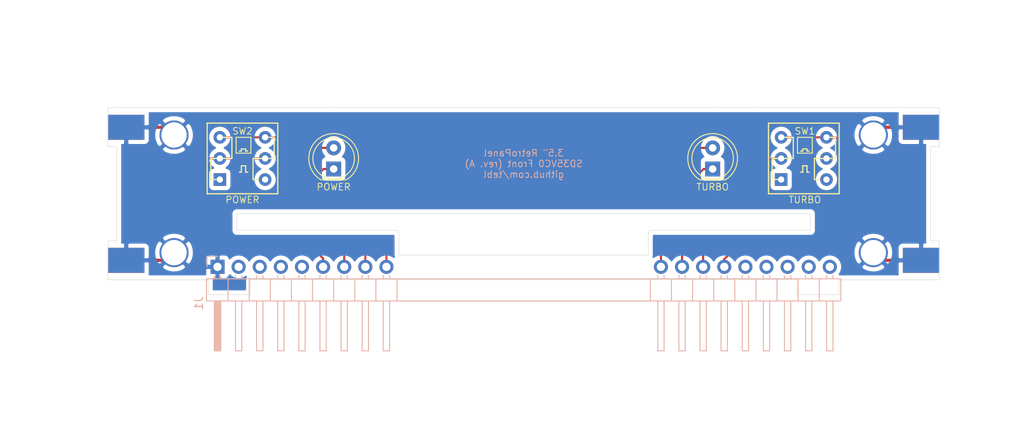
<source format=kicad_pcb>
(kicad_pcb (version 20171130) (host pcbnew "(5.1.8)-1")

  (general
    (thickness 1.6)
    (drawings 52)
    (tracks 92)
    (zones 0)
    (modules 13)
    (nets 10)
  )

  (page A4)
  (layers
    (0 F.Cu signal)
    (31 B.Cu signal)
    (32 B.Adhes user)
    (33 F.Adhes user)
    (34 B.Paste user)
    (35 F.Paste user)
    (36 B.SilkS user)
    (37 F.SilkS user)
    (38 B.Mask user)
    (39 F.Mask user)
    (40 Dwgs.User user)
    (41 Cmts.User user)
    (42 Eco1.User user)
    (43 Eco2.User user)
    (44 Edge.Cuts user)
    (45 Margin user)
    (46 B.CrtYd user)
    (47 F.CrtYd user)
    (48 B.Fab user hide)
    (49 F.Fab user)
  )

  (setup
    (last_trace_width 0.25)
    (trace_clearance 0.2)
    (zone_clearance 0.508)
    (zone_45_only no)
    (trace_min 0.2)
    (via_size 0.8)
    (via_drill 0.4)
    (via_min_size 0.4)
    (via_min_drill 0.3)
    (uvia_size 0.3)
    (uvia_drill 0.1)
    (uvias_allowed no)
    (uvia_min_size 0.2)
    (uvia_min_drill 0.1)
    (edge_width 0.05)
    (segment_width 0.2)
    (pcb_text_width 0.3)
    (pcb_text_size 1.5 1.5)
    (mod_edge_width 0.12)
    (mod_text_size 1 1)
    (mod_text_width 0.15)
    (pad_size 1.524 1.524)
    (pad_drill 0.762)
    (pad_to_mask_clearance 0)
    (aux_axis_origin 0 0)
    (grid_origin 100 100)
    (visible_elements 7FFFFFFF)
    (pcbplotparams
      (layerselection 0x011fc_ffffffff)
      (usegerberextensions true)
      (usegerberattributes false)
      (usegerberadvancedattributes false)
      (creategerberjobfile false)
      (excludeedgelayer true)
      (linewidth 0.100000)
      (plotframeref false)
      (viasonmask false)
      (mode 1)
      (useauxorigin false)
      (hpglpennumber 1)
      (hpglpenspeed 20)
      (hpglpendiameter 15.000000)
      (psnegative false)
      (psa4output false)
      (plotreference true)
      (plotvalue true)
      (plotinvisibletext false)
      (padsonsilk false)
      (subtractmaskfromsilk false)
      (outputformat 1)
      (mirror false)
      (drillshape 0)
      (scaleselection 1)
      (outputdirectory "export/"))
  )

  (net 0 "")
  (net 1 GND)
  (net 2 LED_PWR2)
  (net 3 LED_PWR1)
  (net 4 LED_TURBO1)
  (net 5 LED_TURBO2)
  (net 6 SW_TURBO2)
  (net 7 SW_TURBO1)
  (net 8 SW_PWR2)
  (net 9 SW_PWR1)

  (net_class Default "This is the default net class."
    (clearance 0.2)
    (trace_width 0.25)
    (via_dia 0.8)
    (via_drill 0.4)
    (uvia_dia 0.3)
    (uvia_drill 0.1)
    (add_net LED_PWR1)
    (add_net LED_PWR2)
    (add_net LED_TURBO1)
    (add_net LED_TURBO2)
    (add_net SW_PWR1)
    (add_net SW_PWR2)
    (add_net SW_TURBO1)
    (add_net SW_TURBO2)
  )

  (net_class PWR ""
    (clearance 0.2)
    (trace_width 0.381)
    (via_dia 0.8)
    (via_drill 0.4)
    (uvia_dia 0.3)
    (uvia_drill 0.1)
    (add_net GND)
  )

  (module RetroPanel:SD35VC0_PinHeader_1x30_P2.54mm_Horizontal (layer B.Cu) (tedit 63D5B6E7) (tstamp 63D636E6)
    (at 113.92 98.436 270)
    (descr "Through hole angled pin header, 1x30, 2.54mm pitch, 6mm pin length, single row")
    (tags "Through hole angled pin header THT 1x30 2.54mm single row")
    (path /62825997)
    (fp_text reference J1 (at 4.385 2.27 270) (layer B.SilkS)
      (effects (font (size 1 1) (thickness 0.15)) (justify mirror))
    )
    (fp_text value "Front Panel" (at 4.385 -75.93 270) (layer B.Fab)
      (effects (font (size 1 1) (thickness 0.15)) (justify mirror))
    )
    (fp_line (start 10.55 1.8) (end -1.8 1.8) (layer B.CrtYd) (width 0.05))
    (fp_line (start 10.55 -75.45) (end 10.55 1.8) (layer B.CrtYd) (width 0.05))
    (fp_line (start -1.8 -75.45) (end 10.55 -75.45) (layer B.CrtYd) (width 0.05))
    (fp_line (start -1.8 1.8) (end -1.8 -75.45) (layer B.CrtYd) (width 0.05))
    (fp_line (start -1.27 1.27) (end 0 1.27) (layer B.SilkS) (width 0.12))
    (fp_line (start -1.27 0) (end -1.27 1.27) (layer B.SilkS) (width 0.12))
    (fp_line (start 1.042929 -74.04) (end 1.44 -74.04) (layer B.SilkS) (width 0.12))
    (fp_line (start 1.042929 -73.28) (end 1.44 -73.28) (layer B.SilkS) (width 0.12))
    (fp_line (start 10.1 -74.04) (end 4.1 -74.04) (layer B.SilkS) (width 0.12))
    (fp_line (start 10.1 -73.28) (end 10.1 -74.04) (layer B.SilkS) (width 0.12))
    (fp_line (start 4.1 -73.28) (end 10.1 -73.28) (layer B.SilkS) (width 0.12))
    (fp_line (start 1.44 -72.39) (end 4.1 -72.39) (layer B.SilkS) (width 0.12))
    (fp_line (start 1.042929 -71.5) (end 1.44 -71.5) (layer B.SilkS) (width 0.12))
    (fp_line (start 1.042929 -70.74) (end 1.44 -70.74) (layer B.SilkS) (width 0.12))
    (fp_line (start 10.1 -71.5) (end 4.1 -71.5) (layer B.SilkS) (width 0.12))
    (fp_line (start 10.1 -70.74) (end 10.1 -71.5) (layer B.SilkS) (width 0.12))
    (fp_line (start 4.1 -70.74) (end 10.1 -70.74) (layer B.SilkS) (width 0.12))
    (fp_line (start 1.44 -69.85) (end 4.1 -69.85) (layer B.SilkS) (width 0.12))
    (fp_line (start 1.042929 -68.96) (end 1.44 -68.96) (layer B.SilkS) (width 0.12))
    (fp_line (start 1.042929 -68.2) (end 1.44 -68.2) (layer B.SilkS) (width 0.12))
    (fp_line (start 10.1 -68.96) (end 4.1 -68.96) (layer B.SilkS) (width 0.12))
    (fp_line (start 10.1 -68.2) (end 10.1 -68.96) (layer B.SilkS) (width 0.12))
    (fp_line (start 4.1 -68.2) (end 10.1 -68.2) (layer B.SilkS) (width 0.12))
    (fp_line (start 1.44 -67.31) (end 4.1 -67.31) (layer B.SilkS) (width 0.12))
    (fp_line (start 1.042929 -66.42) (end 1.44 -66.42) (layer B.SilkS) (width 0.12))
    (fp_line (start 1.042929 -65.66) (end 1.44 -65.66) (layer B.SilkS) (width 0.12))
    (fp_line (start 10.1 -66.42) (end 4.1 -66.42) (layer B.SilkS) (width 0.12))
    (fp_line (start 10.1 -65.66) (end 10.1 -66.42) (layer B.SilkS) (width 0.12))
    (fp_line (start 4.1 -65.66) (end 10.1 -65.66) (layer B.SilkS) (width 0.12))
    (fp_line (start 1.44 -64.77) (end 4.1 -64.77) (layer B.SilkS) (width 0.12))
    (fp_line (start 1.042929 -63.88) (end 1.44 -63.88) (layer B.SilkS) (width 0.12))
    (fp_line (start 1.042929 -63.12) (end 1.44 -63.12) (layer B.SilkS) (width 0.12))
    (fp_line (start 10.1 -63.88) (end 4.1 -63.88) (layer B.SilkS) (width 0.12))
    (fp_line (start 10.1 -63.12) (end 10.1 -63.88) (layer B.SilkS) (width 0.12))
    (fp_line (start 4.1 -63.12) (end 10.1 -63.12) (layer B.SilkS) (width 0.12))
    (fp_line (start 1.44 -62.23) (end 4.1 -62.23) (layer B.SilkS) (width 0.12))
    (fp_line (start 1.042929 -61.34) (end 1.44 -61.34) (layer B.SilkS) (width 0.12))
    (fp_line (start 1.042929 -60.58) (end 1.44 -60.58) (layer B.SilkS) (width 0.12))
    (fp_line (start 10.1 -61.34) (end 4.1 -61.34) (layer B.SilkS) (width 0.12))
    (fp_line (start 10.1 -60.58) (end 10.1 -61.34) (layer B.SilkS) (width 0.12))
    (fp_line (start 4.1 -60.58) (end 10.1 -60.58) (layer B.SilkS) (width 0.12))
    (fp_line (start 1.44 -59.69) (end 4.1 -59.69) (layer B.SilkS) (width 0.12))
    (fp_line (start 1.042929 -58.8) (end 1.44 -58.8) (layer B.SilkS) (width 0.12))
    (fp_line (start 1.042929 -58.04) (end 1.44 -58.04) (layer B.SilkS) (width 0.12))
    (fp_line (start 10.1 -58.8) (end 4.1 -58.8) (layer B.SilkS) (width 0.12))
    (fp_line (start 10.1 -58.04) (end 10.1 -58.8) (layer B.SilkS) (width 0.12))
    (fp_line (start 4.1 -58.04) (end 10.1 -58.04) (layer B.SilkS) (width 0.12))
    (fp_line (start 1.44 -57.15) (end 4.1 -57.15) (layer B.SilkS) (width 0.12))
    (fp_line (start 1.042929 -56.26) (end 1.44 -56.26) (layer B.SilkS) (width 0.12))
    (fp_line (start 1.042929 -55.5) (end 1.44 -55.5) (layer B.SilkS) (width 0.12))
    (fp_line (start 10.1 -56.26) (end 4.1 -56.26) (layer B.SilkS) (width 0.12))
    (fp_line (start 10.1 -55.5) (end 10.1 -56.26) (layer B.SilkS) (width 0.12))
    (fp_line (start 4.1 -55.5) (end 10.1 -55.5) (layer B.SilkS) (width 0.12))
    (fp_line (start 1.44 -54.61) (end 4.1 -54.61) (layer B.SilkS) (width 0.12))
    (fp_line (start 1.042929 -53.72) (end 1.44 -53.72) (layer B.SilkS) (width 0.12))
    (fp_line (start 1.042929 -52.96) (end 1.44 -52.96) (layer B.SilkS) (width 0.12))
    (fp_line (start 10.1 -53.72) (end 4.1 -53.72) (layer B.SilkS) (width 0.12))
    (fp_line (start 10.1 -52.96) (end 10.1 -53.72) (layer B.SilkS) (width 0.12))
    (fp_line (start 4.1 -52.96) (end 10.1 -52.96) (layer B.SilkS) (width 0.12))
    (fp_line (start 1.44 -52.07) (end 4.1 -52.07) (layer B.SilkS) (width 0.12))
    (fp_line (start 1.44 -21.59) (end 4.1 -21.59) (layer B.SilkS) (width 0.12))
    (fp_line (start 1.042929 -20.7) (end 1.44 -20.7) (layer B.SilkS) (width 0.12))
    (fp_line (start 1.042929 -19.94) (end 1.44 -19.94) (layer B.SilkS) (width 0.12))
    (fp_line (start 10.1 -20.7) (end 4.1 -20.7) (layer B.SilkS) (width 0.12))
    (fp_line (start 10.1 -19.94) (end 10.1 -20.7) (layer B.SilkS) (width 0.12))
    (fp_line (start 4.1 -19.94) (end 10.1 -19.94) (layer B.SilkS) (width 0.12))
    (fp_line (start 1.44 -19.05) (end 4.1 -19.05) (layer B.SilkS) (width 0.12))
    (fp_line (start 1.042929 -18.16) (end 1.44 -18.16) (layer B.SilkS) (width 0.12))
    (fp_line (start 1.042929 -17.4) (end 1.44 -17.4) (layer B.SilkS) (width 0.12))
    (fp_line (start 10.1 -18.16) (end 4.1 -18.16) (layer B.SilkS) (width 0.12))
    (fp_line (start 10.1 -17.4) (end 10.1 -18.16) (layer B.SilkS) (width 0.12))
    (fp_line (start 4.1 -17.4) (end 10.1 -17.4) (layer B.SilkS) (width 0.12))
    (fp_line (start 1.44 -16.51) (end 4.1 -16.51) (layer B.SilkS) (width 0.12))
    (fp_line (start 1.042929 -15.62) (end 1.44 -15.62) (layer B.SilkS) (width 0.12))
    (fp_line (start 1.042929 -14.86) (end 1.44 -14.86) (layer B.SilkS) (width 0.12))
    (fp_line (start 10.1 -15.62) (end 4.1 -15.62) (layer B.SilkS) (width 0.12))
    (fp_line (start 10.1 -14.86) (end 10.1 -15.62) (layer B.SilkS) (width 0.12))
    (fp_line (start 4.1 -14.86) (end 10.1 -14.86) (layer B.SilkS) (width 0.12))
    (fp_line (start 1.44 -13.97) (end 4.1 -13.97) (layer B.SilkS) (width 0.12))
    (fp_line (start 1.042929 -13.08) (end 1.44 -13.08) (layer B.SilkS) (width 0.12))
    (fp_line (start 1.042929 -12.32) (end 1.44 -12.32) (layer B.SilkS) (width 0.12))
    (fp_line (start 10.1 -13.08) (end 4.1 -13.08) (layer B.SilkS) (width 0.12))
    (fp_line (start 10.1 -12.32) (end 10.1 -13.08) (layer B.SilkS) (width 0.12))
    (fp_line (start 4.1 -12.32) (end 10.1 -12.32) (layer B.SilkS) (width 0.12))
    (fp_line (start 1.44 -11.43) (end 4.1 -11.43) (layer B.SilkS) (width 0.12))
    (fp_line (start 1.042929 -10.54) (end 1.44 -10.54) (layer B.SilkS) (width 0.12))
    (fp_line (start 1.042929 -9.78) (end 1.44 -9.78) (layer B.SilkS) (width 0.12))
    (fp_line (start 10.1 -10.54) (end 4.1 -10.54) (layer B.SilkS) (width 0.12))
    (fp_line (start 10.1 -9.78) (end 10.1 -10.54) (layer B.SilkS) (width 0.12))
    (fp_line (start 4.1 -9.78) (end 10.1 -9.78) (layer B.SilkS) (width 0.12))
    (fp_line (start 1.44 -8.89) (end 4.1 -8.89) (layer B.SilkS) (width 0.12))
    (fp_line (start 1.042929 -8) (end 1.44 -8) (layer B.SilkS) (width 0.12))
    (fp_line (start 1.042929 -7.24) (end 1.44 -7.24) (layer B.SilkS) (width 0.12))
    (fp_line (start 10.1 -8) (end 4.1 -8) (layer B.SilkS) (width 0.12))
    (fp_line (start 10.1 -7.24) (end 10.1 -8) (layer B.SilkS) (width 0.12))
    (fp_line (start 4.1 -7.24) (end 10.1 -7.24) (layer B.SilkS) (width 0.12))
    (fp_line (start 1.44 -6.35) (end 4.1 -6.35) (layer B.SilkS) (width 0.12))
    (fp_line (start 1.042929 -5.46) (end 1.44 -5.46) (layer B.SilkS) (width 0.12))
    (fp_line (start 1.042929 -4.7) (end 1.44 -4.7) (layer B.SilkS) (width 0.12))
    (fp_line (start 10.1 -5.46) (end 4.1 -5.46) (layer B.SilkS) (width 0.12))
    (fp_line (start 10.1 -4.7) (end 10.1 -5.46) (layer B.SilkS) (width 0.12))
    (fp_line (start 4.1 -4.7) (end 10.1 -4.7) (layer B.SilkS) (width 0.12))
    (fp_line (start 1.44 -3.81) (end 4.1 -3.81) (layer B.SilkS) (width 0.12))
    (fp_line (start 1.042929 -2.92) (end 1.44 -2.92) (layer B.SilkS) (width 0.12))
    (fp_line (start 1.042929 -2.16) (end 1.44 -2.16) (layer B.SilkS) (width 0.12))
    (fp_line (start 10.1 -2.92) (end 4.1 -2.92) (layer B.SilkS) (width 0.12))
    (fp_line (start 10.1 -2.16) (end 10.1 -2.92) (layer B.SilkS) (width 0.12))
    (fp_line (start 4.1 -2.16) (end 10.1 -2.16) (layer B.SilkS) (width 0.12))
    (fp_line (start 1.44 -1.27) (end 4.1 -1.27) (layer B.SilkS) (width 0.12))
    (fp_line (start 1.11 -0.38) (end 1.44 -0.38) (layer B.SilkS) (width 0.12))
    (fp_line (start 1.11 0.38) (end 1.44 0.38) (layer B.SilkS) (width 0.12))
    (fp_line (start 4.1 -0.28) (end 10.1 -0.28) (layer B.SilkS) (width 0.12))
    (fp_line (start 4.1 -0.16) (end 10.1 -0.16) (layer B.SilkS) (width 0.12))
    (fp_line (start 4.1 -0.04) (end 10.1 -0.04) (layer B.SilkS) (width 0.12))
    (fp_line (start 4.1 0.08) (end 10.1 0.08) (layer B.SilkS) (width 0.12))
    (fp_line (start 4.1 0.2) (end 10.1 0.2) (layer B.SilkS) (width 0.12))
    (fp_line (start 4.1 0.32) (end 10.1 0.32) (layer B.SilkS) (width 0.12))
    (fp_line (start 10.1 -0.38) (end 4.1 -0.38) (layer B.SilkS) (width 0.12))
    (fp_line (start 10.1 0.38) (end 10.1 -0.38) (layer B.SilkS) (width 0.12))
    (fp_line (start 4.1 0.38) (end 10.1 0.38) (layer B.SilkS) (width 0.12))
    (fp_line (start 4.1 1.33) (end 1.44 1.33) (layer B.SilkS) (width 0.12))
    (fp_line (start 4.1 -74.99) (end 4.1 1.33) (layer B.SilkS) (width 0.12))
    (fp_line (start 1.44 -74.99) (end 4.1 -74.99) (layer B.SilkS) (width 0.12))
    (fp_line (start 1.44 1.33) (end 1.44 -74.99) (layer B.SilkS) (width 0.12))
    (fp_line (start 4.04 -73.98) (end 10.04 -73.98) (layer B.Fab) (width 0.1))
    (fp_line (start 10.04 -73.34) (end 10.04 -73.98) (layer B.Fab) (width 0.1))
    (fp_line (start 4.04 -73.34) (end 10.04 -73.34) (layer B.Fab) (width 0.1))
    (fp_line (start -0.32 -73.98) (end 1.5 -73.98) (layer B.Fab) (width 0.1))
    (fp_line (start -0.32 -73.34) (end -0.32 -73.98) (layer B.Fab) (width 0.1))
    (fp_line (start -0.32 -73.34) (end 1.5 -73.34) (layer B.Fab) (width 0.1))
    (fp_line (start 4.04 -71.44) (end 10.04 -71.44) (layer B.Fab) (width 0.1))
    (fp_line (start 10.04 -70.8) (end 10.04 -71.44) (layer B.Fab) (width 0.1))
    (fp_line (start 4.04 -70.8) (end 10.04 -70.8) (layer B.Fab) (width 0.1))
    (fp_line (start -0.32 -71.44) (end 1.5 -71.44) (layer B.Fab) (width 0.1))
    (fp_line (start -0.32 -70.8) (end -0.32 -71.44) (layer B.Fab) (width 0.1))
    (fp_line (start -0.32 -70.8) (end 1.5 -70.8) (layer B.Fab) (width 0.1))
    (fp_line (start 4.04 -68.9) (end 10.04 -68.9) (layer B.Fab) (width 0.1))
    (fp_line (start 10.04 -68.26) (end 10.04 -68.9) (layer B.Fab) (width 0.1))
    (fp_line (start 4.04 -68.26) (end 10.04 -68.26) (layer B.Fab) (width 0.1))
    (fp_line (start -0.32 -68.9) (end 1.5 -68.9) (layer B.Fab) (width 0.1))
    (fp_line (start -0.32 -68.26) (end -0.32 -68.9) (layer B.Fab) (width 0.1))
    (fp_line (start -0.32 -68.26) (end 1.5 -68.26) (layer B.Fab) (width 0.1))
    (fp_line (start 4.04 -66.36) (end 10.04 -66.36) (layer B.Fab) (width 0.1))
    (fp_line (start 10.04 -65.72) (end 10.04 -66.36) (layer B.Fab) (width 0.1))
    (fp_line (start 4.04 -65.72) (end 10.04 -65.72) (layer B.Fab) (width 0.1))
    (fp_line (start -0.32 -66.36) (end 1.5 -66.36) (layer B.Fab) (width 0.1))
    (fp_line (start -0.32 -65.72) (end -0.32 -66.36) (layer B.Fab) (width 0.1))
    (fp_line (start -0.32 -65.72) (end 1.5 -65.72) (layer B.Fab) (width 0.1))
    (fp_line (start 4.04 -63.82) (end 10.04 -63.82) (layer B.Fab) (width 0.1))
    (fp_line (start 10.04 -63.18) (end 10.04 -63.82) (layer B.Fab) (width 0.1))
    (fp_line (start 4.04 -63.18) (end 10.04 -63.18) (layer B.Fab) (width 0.1))
    (fp_line (start -0.32 -63.82) (end 1.5 -63.82) (layer B.Fab) (width 0.1))
    (fp_line (start -0.32 -63.18) (end -0.32 -63.82) (layer B.Fab) (width 0.1))
    (fp_line (start -0.32 -63.18) (end 1.5 -63.18) (layer B.Fab) (width 0.1))
    (fp_line (start 4.04 -61.28) (end 10.04 -61.28) (layer B.Fab) (width 0.1))
    (fp_line (start 10.04 -60.64) (end 10.04 -61.28) (layer B.Fab) (width 0.1))
    (fp_line (start 4.04 -60.64) (end 10.04 -60.64) (layer B.Fab) (width 0.1))
    (fp_line (start -0.32 -61.28) (end 1.5 -61.28) (layer B.Fab) (width 0.1))
    (fp_line (start -0.32 -60.64) (end -0.32 -61.28) (layer B.Fab) (width 0.1))
    (fp_line (start -0.32 -60.64) (end 1.5 -60.64) (layer B.Fab) (width 0.1))
    (fp_line (start 4.04 -58.74) (end 10.04 -58.74) (layer B.Fab) (width 0.1))
    (fp_line (start 10.04 -58.1) (end 10.04 -58.74) (layer B.Fab) (width 0.1))
    (fp_line (start 4.04 -58.1) (end 10.04 -58.1) (layer B.Fab) (width 0.1))
    (fp_line (start -0.32 -58.74) (end 1.5 -58.74) (layer B.Fab) (width 0.1))
    (fp_line (start -0.32 -58.1) (end -0.32 -58.74) (layer B.Fab) (width 0.1))
    (fp_line (start -0.32 -58.1) (end 1.5 -58.1) (layer B.Fab) (width 0.1))
    (fp_line (start 4.04 -56.2) (end 10.04 -56.2) (layer B.Fab) (width 0.1))
    (fp_line (start 10.04 -55.56) (end 10.04 -56.2) (layer B.Fab) (width 0.1))
    (fp_line (start 4.04 -55.56) (end 10.04 -55.56) (layer B.Fab) (width 0.1))
    (fp_line (start -0.32 -56.2) (end 1.5 -56.2) (layer B.Fab) (width 0.1))
    (fp_line (start -0.32 -55.56) (end -0.32 -56.2) (layer B.Fab) (width 0.1))
    (fp_line (start -0.32 -55.56) (end 1.5 -55.56) (layer B.Fab) (width 0.1))
    (fp_line (start 4.04 -53.66) (end 10.04 -53.66) (layer B.Fab) (width 0.1))
    (fp_line (start 10.04 -53.02) (end 10.04 -53.66) (layer B.Fab) (width 0.1))
    (fp_line (start 4.04 -53.02) (end 10.04 -53.02) (layer B.Fab) (width 0.1))
    (fp_line (start -0.32 -53.66) (end 1.5 -53.66) (layer B.Fab) (width 0.1))
    (fp_line (start -0.32 -53.02) (end -0.32 -53.66) (layer B.Fab) (width 0.1))
    (fp_line (start -0.32 -53.02) (end 1.5 -53.02) (layer B.Fab) (width 0.1))
    (fp_line (start 4.04 -20.64) (end 10.04 -20.64) (layer B.Fab) (width 0.1))
    (fp_line (start 10.04 -20) (end 10.04 -20.64) (layer B.Fab) (width 0.1))
    (fp_line (start 4.04 -20) (end 10.04 -20) (layer B.Fab) (width 0.1))
    (fp_line (start -0.32 -20.64) (end 1.5 -20.64) (layer B.Fab) (width 0.1))
    (fp_line (start -0.32 -20) (end -0.32 -20.64) (layer B.Fab) (width 0.1))
    (fp_line (start -0.32 -20) (end 1.5 -20) (layer B.Fab) (width 0.1))
    (fp_line (start 4.04 -18.1) (end 10.04 -18.1) (layer B.Fab) (width 0.1))
    (fp_line (start 10.04 -17.46) (end 10.04 -18.1) (layer B.Fab) (width 0.1))
    (fp_line (start 4.04 -17.46) (end 10.04 -17.46) (layer B.Fab) (width 0.1))
    (fp_line (start -0.32 -18.1) (end 1.5 -18.1) (layer B.Fab) (width 0.1))
    (fp_line (start -0.32 -17.46) (end -0.32 -18.1) (layer B.Fab) (width 0.1))
    (fp_line (start -0.32 -17.46) (end 1.5 -17.46) (layer B.Fab) (width 0.1))
    (fp_line (start 4.04 -15.56) (end 10.04 -15.56) (layer B.Fab) (width 0.1))
    (fp_line (start 10.04 -14.92) (end 10.04 -15.56) (layer B.Fab) (width 0.1))
    (fp_line (start 4.04 -14.92) (end 10.04 -14.92) (layer B.Fab) (width 0.1))
    (fp_line (start -0.32 -15.56) (end 1.5 -15.56) (layer B.Fab) (width 0.1))
    (fp_line (start -0.32 -14.92) (end -0.32 -15.56) (layer B.Fab) (width 0.1))
    (fp_line (start -0.32 -14.92) (end 1.5 -14.92) (layer B.Fab) (width 0.1))
    (fp_line (start 4.04 -13.02) (end 10.04 -13.02) (layer B.Fab) (width 0.1))
    (fp_line (start 10.04 -12.38) (end 10.04 -13.02) (layer B.Fab) (width 0.1))
    (fp_line (start 4.04 -12.38) (end 10.04 -12.38) (layer B.Fab) (width 0.1))
    (fp_line (start -0.32 -13.02) (end 1.5 -13.02) (layer B.Fab) (width 0.1))
    (fp_line (start -0.32 -12.38) (end -0.32 -13.02) (layer B.Fab) (width 0.1))
    (fp_line (start -0.32 -12.38) (end 1.5 -12.38) (layer B.Fab) (width 0.1))
    (fp_line (start 4.04 -10.48) (end 10.04 -10.48) (layer B.Fab) (width 0.1))
    (fp_line (start 10.04 -9.84) (end 10.04 -10.48) (layer B.Fab) (width 0.1))
    (fp_line (start 4.04 -9.84) (end 10.04 -9.84) (layer B.Fab) (width 0.1))
    (fp_line (start -0.32 -10.48) (end 1.5 -10.48) (layer B.Fab) (width 0.1))
    (fp_line (start -0.32 -9.84) (end -0.32 -10.48) (layer B.Fab) (width 0.1))
    (fp_line (start -0.32 -9.84) (end 1.5 -9.84) (layer B.Fab) (width 0.1))
    (fp_line (start 4.04 -7.94) (end 10.04 -7.94) (layer B.Fab) (width 0.1))
    (fp_line (start 10.04 -7.3) (end 10.04 -7.94) (layer B.Fab) (width 0.1))
    (fp_line (start 4.04 -7.3) (end 10.04 -7.3) (layer B.Fab) (width 0.1))
    (fp_line (start -0.32 -7.94) (end 1.5 -7.94) (layer B.Fab) (width 0.1))
    (fp_line (start -0.32 -7.3) (end -0.32 -7.94) (layer B.Fab) (width 0.1))
    (fp_line (start -0.32 -7.3) (end 1.5 -7.3) (layer B.Fab) (width 0.1))
    (fp_line (start 4.04 -5.4) (end 10.04 -5.4) (layer B.Fab) (width 0.1))
    (fp_line (start 10.04 -4.76) (end 10.04 -5.4) (layer B.Fab) (width 0.1))
    (fp_line (start 4.04 -4.76) (end 10.04 -4.76) (layer B.Fab) (width 0.1))
    (fp_line (start -0.32 -5.4) (end 1.5 -5.4) (layer B.Fab) (width 0.1))
    (fp_line (start -0.32 -4.76) (end -0.32 -5.4) (layer B.Fab) (width 0.1))
    (fp_line (start -0.32 -4.76) (end 1.5 -4.76) (layer B.Fab) (width 0.1))
    (fp_line (start 4.04 -2.86) (end 10.04 -2.86) (layer B.Fab) (width 0.1))
    (fp_line (start 10.04 -2.22) (end 10.04 -2.86) (layer B.Fab) (width 0.1))
    (fp_line (start 4.04 -2.22) (end 10.04 -2.22) (layer B.Fab) (width 0.1))
    (fp_line (start -0.32 -2.86) (end 1.5 -2.86) (layer B.Fab) (width 0.1))
    (fp_line (start -0.32 -2.22) (end -0.32 -2.86) (layer B.Fab) (width 0.1))
    (fp_line (start -0.32 -2.22) (end 1.5 -2.22) (layer B.Fab) (width 0.1))
    (fp_line (start 4.04 -0.32) (end 10.04 -0.32) (layer B.Fab) (width 0.1))
    (fp_line (start 10.04 0.32) (end 10.04 -0.32) (layer B.Fab) (width 0.1))
    (fp_line (start 4.04 0.32) (end 10.04 0.32) (layer B.Fab) (width 0.1))
    (fp_line (start -0.32 -0.32) (end 1.5 -0.32) (layer B.Fab) (width 0.1))
    (fp_line (start -0.32 0.32) (end -0.32 -0.32) (layer B.Fab) (width 0.1))
    (fp_line (start -0.32 0.32) (end 1.5 0.32) (layer B.Fab) (width 0.1))
    (fp_line (start 1.5 0.635) (end 2.135 1.27) (layer B.Fab) (width 0.1))
    (fp_line (start 1.5 -74.93) (end 1.5 0.635) (layer B.Fab) (width 0.1))
    (fp_line (start 4.04 -74.93) (end 1.5 -74.93) (layer B.Fab) (width 0.1))
    (fp_line (start 4.04 1.27) (end 4.04 -74.93) (layer B.Fab) (width 0.1))
    (fp_line (start 2.135 1.27) (end 4.04 1.27) (layer B.Fab) (width 0.1))
    (fp_text user %R (at 2.77 -36.83 180) (layer B.Fab)
      (effects (font (size 1 1) (thickness 0.15)) (justify mirror))
    )
    (pad 30 thru_hole oval (at 0 -73.66 270) (size 1.7 1.7) (drill 1) (layers *.Cu *.Mask))
    (pad 29 thru_hole oval (at 0 -71.12 270) (size 1.7 1.7) (drill 1) (layers *.Cu *.Mask))
    (pad 28 thru_hole oval (at 0 -68.58 270) (size 1.7 1.7) (drill 1) (layers *.Cu *.Mask))
    (pad 27 thru_hole oval (at 0 -66.04 270) (size 1.7 1.7) (drill 1) (layers *.Cu *.Mask))
    (pad 26 thru_hole oval (at 0 -63.5 270) (size 1.7 1.7) (drill 1) (layers *.Cu *.Mask))
    (pad 25 thru_hole oval (at 0 -60.96 270) (size 1.7 1.7) (drill 1) (layers *.Cu *.Mask)
      (net 6 SW_TURBO2))
    (pad 24 thru_hole oval (at 0 -58.42 270) (size 1.7 1.7) (drill 1) (layers *.Cu *.Mask)
      (net 7 SW_TURBO1))
    (pad 23 thru_hole oval (at 0 -55.88 270) (size 1.7 1.7) (drill 1) (layers *.Cu *.Mask)
      (net 5 LED_TURBO2))
    (pad 22 thru_hole oval (at 0 -53.34 270) (size 1.7 1.7) (drill 1) (layers *.Cu *.Mask)
      (net 4 LED_TURBO1))
    (pad 9 thru_hole oval (at 0 -20.32 270) (size 1.7 1.7) (drill 1) (layers *.Cu *.Mask)
      (net 2 LED_PWR2))
    (pad 8 thru_hole oval (at 0 -17.78 270) (size 1.7 1.7) (drill 1) (layers *.Cu *.Mask)
      (net 3 LED_PWR1))
    (pad 7 thru_hole oval (at 0 -15.24 270) (size 1.7 1.7) (drill 1) (layers *.Cu *.Mask)
      (net 8 SW_PWR2))
    (pad 6 thru_hole oval (at 0 -12.7 270) (size 1.7 1.7) (drill 1) (layers *.Cu *.Mask)
      (net 9 SW_PWR1))
    (pad 5 thru_hole oval (at 0 -10.16 270) (size 1.7 1.7) (drill 1) (layers *.Cu *.Mask))
    (pad 4 thru_hole oval (at 0 -7.62 270) (size 1.7 1.7) (drill 1) (layers *.Cu *.Mask))
    (pad 3 thru_hole oval (at 0 -5.08 270) (size 1.7 1.7) (drill 1) (layers *.Cu *.Mask))
    (pad 2 thru_hole oval (at 0 -2.54 270) (size 1.7 1.7) (drill 1) (layers *.Cu *.Mask))
    (pad 1 thru_hole rect (at 0 0 270) (size 1.7 1.7) (drill 1) (layers *.Cu *.Mask)
      (net 1 GND))
  )

  (module LED_THT:LED_D5.0mm (layer F.Cu) (tedit 5995936A) (tstamp 6355DCEE)
    (at 173.483 86.665 90)
    (descr "LED, diameter 5.0mm, 2 pins, http://cdn-reichelt.de/documents/datenblatt/A500/LL-504BC2E-009.pdf")
    (tags "LED diameter 5.0mm 2 pins")
    (path /635C68A8)
    (fp_text reference D2 (at 1.27 -3.96 90) (layer F.SilkS) hide
      (effects (font (size 1 1) (thickness 0.15)))
    )
    (fp_text value TURBO (at -2.159 0 180) (layer F.SilkS)
      (effects (font (size 0.8 0.8) (thickness 0.1)))
    )
    (fp_circle (center 1.27 0) (end 3.77 0) (layer F.Fab) (width 0.1))
    (fp_circle (center 1.27 0) (end 3.77 0) (layer F.SilkS) (width 0.12))
    (fp_line (start -1.23 -1.469694) (end -1.23 1.469694) (layer F.Fab) (width 0.1))
    (fp_line (start -1.29 -1.545) (end -1.29 1.545) (layer F.SilkS) (width 0.12))
    (fp_line (start -1.95 -3.25) (end -1.95 3.25) (layer F.CrtYd) (width 0.05))
    (fp_line (start -1.95 3.25) (end 4.5 3.25) (layer F.CrtYd) (width 0.05))
    (fp_line (start 4.5 3.25) (end 4.5 -3.25) (layer F.CrtYd) (width 0.05))
    (fp_line (start 4.5 -3.25) (end -1.95 -3.25) (layer F.CrtYd) (width 0.05))
    (fp_text user %R (at 1.25 0 90) (layer F.Fab)
      (effects (font (size 0.8 0.8) (thickness 0.2)))
    )
    (fp_arc (start 1.27 0) (end -1.29 1.54483) (angle -148.9) (layer F.SilkS) (width 0.12))
    (fp_arc (start 1.27 0) (end -1.29 -1.54483) (angle 148.9) (layer F.SilkS) (width 0.12))
    (fp_arc (start 1.27 0) (end -1.23 -1.469694) (angle 299.1) (layer F.Fab) (width 0.1))
    (pad 2 thru_hole circle (at 2.54 0 90) (size 1.8 1.8) (drill 0.9) (layers *.Cu *.Mask)
      (net 4 LED_TURBO1))
    (pad 1 thru_hole rect (at 0 0 90) (size 1.8 1.8) (drill 0.9) (layers *.Cu *.Mask)
      (net 5 LED_TURBO2))
    (model ${KISYS3DMOD}/LED_THT.3dshapes/LED_D5.0mm.wrl
      (at (xyz 0 0 0))
      (scale (xyz 1 1 1))
      (rotate (xyz 0 0 0))
    )
  )

  (module mounting:M3_pin (layer F.Cu) (tedit 5F76331A) (tstamp 6359B786)
    (at 108.6875 82.575)
    (descr "module 1 pin (ou trou mecanique de percage)")
    (tags DEV)
    (path /62827110)
    (fp_text reference M4 (at 0 -3.048) (layer F.Fab) hide
      (effects (font (size 1 1) (thickness 0.15)))
    )
    (fp_text value Mounting_Pin (at 0 3) (layer F.Fab) hide
      (effects (font (size 1 1) (thickness 0.15)))
    )
    (fp_circle (center 0 0) (end 2 0.8) (layer F.Fab) (width 0.1))
    (fp_circle (center 0 0) (end 2.6 0) (layer F.CrtYd) (width 0.05))
    (pad 1 thru_hole circle (at 0 0) (size 3.5 3.5) (drill 3.048) (layers *.Cu *.Mask)
      (net 1 GND) (solder_mask_margin 0.8))
  )

  (module RetroPanel:Pad_pin (layer F.Cu) (tedit 6359AF0E) (tstamp 6359AFD2)
    (at 102.9345 81.6485 270)
    (descr "module 1 pin (ou trou mecanique de percage)")
    (tags DEV)
    (path /637825FA)
    (fp_text reference M5 (at 0 -4.445 90) (layer F.Fab) hide
      (effects (font (size 1 1) (thickness 0.15)))
    )
    (fp_text value Mounting_Pad (at 0 -3.175 90) (layer F.Fab) hide
      (effects (font (size 1 1) (thickness 0.15)))
    )
    (pad 1 smd rect (at 0 0 270) (size 3 4.4) (layers B.Cu B.Paste B.Mask)
      (net 1 GND))
    (pad 1 smd rect (at 0 0 270) (size 3 4.4) (layers F.Cu F.Paste F.Mask)
      (net 1 GND))
  )

  (module RetroPanel:Pad_pin (layer F.Cu) (tedit 6359AF0E) (tstamp 6359AC8A)
    (at 102.9345 97.6505 270)
    (descr "module 1 pin (ou trou mecanique de percage)")
    (tags DEV)
    (path /63790274)
    (fp_text reference M7 (at 0 -4.445 90) (layer F.Fab) hide
      (effects (font (size 1 1) (thickness 0.15)))
    )
    (fp_text value Mounting_Pad (at 0 -3.175 90) (layer F.Fab) hide
      (effects (font (size 1 1) (thickness 0.15)))
    )
    (pad 1 smd rect (at 0 0 270) (size 3 4.4) (layers B.Cu B.Paste B.Mask)
      (net 1 GND))
    (pad 1 smd rect (at 0 0 270) (size 3 4.4) (layers F.Cu F.Paste F.Mask)
      (net 1 GND))
  )

  (module RetroPanel:Pad_pin (layer F.Cu) (tedit 6359AF0E) (tstamp 6359B50D)
    (at 198.5655 81.6485 90)
    (descr "module 1 pin (ou trou mecanique de percage)")
    (tags DEV)
    (path /637AD756)
    (fp_text reference M9 (at 0 -4.445 90) (layer F.Fab) hide
      (effects (font (size 1 1) (thickness 0.15)))
    )
    (fp_text value Mounting_Pad (at 0 -3.175 90) (layer F.Fab) hide
      (effects (font (size 1 1) (thickness 0.15)))
    )
    (pad 1 smd rect (at 0 0 90) (size 3 4.4) (layers B.Cu B.Paste B.Mask)
      (net 1 GND))
    (pad 1 smd rect (at 0 0 90) (size 3 4.4) (layers F.Cu F.Paste F.Mask)
      (net 1 GND))
  )

  (module RetroPanel:Pad_pin (layer F.Cu) (tedit 6359AF0E) (tstamp 6359B513)
    (at 198.5655 97.6505 90)
    (descr "module 1 pin (ou trou mecanique de percage)")
    (tags DEV)
    (path /637AD750)
    (fp_text reference M10 (at 0 -4.445 90) (layer F.Fab) hide
      (effects (font (size 1 1) (thickness 0.15)))
    )
    (fp_text value Mounting_Pad (at 0 -3.175 90) (layer F.Fab) hide
      (effects (font (size 1 1) (thickness 0.15)))
    )
    (pad 1 smd rect (at 0 0 90) (size 3 4.4) (layers B.Cu B.Paste B.Mask)
      (net 1 GND))
    (pad 1 smd rect (at 0 0 90) (size 3 4.4) (layers F.Cu F.Paste F.Mask)
      (net 1 GND))
  )

  (module mounting:M3_pin (layer F.Cu) (tedit 5F76331A) (tstamp 6359B752)
    (at 108.6875 96.725)
    (descr "module 1 pin (ou trou mecanique de percage)")
    (tags DEV)
    (path /6282631C)
    (fp_text reference M1 (at 3.048 0) (layer F.Fab) hide
      (effects (font (size 1 1) (thickness 0.15)))
    )
    (fp_text value Mounting_Pin (at 0 3) (layer F.Fab) hide
      (effects (font (size 1 1) (thickness 0.15)))
    )
    (fp_circle (center 0 0) (end 2.6 0) (layer F.CrtYd) (width 0.05))
    (fp_circle (center 0 0) (end 2 0.8) (layer F.Fab) (width 0.1))
    (pad 1 thru_hole circle (at 0 0) (size 3.5 3.5) (drill 3.048) (layers *.Cu *.Mask)
      (net 1 GND) (solder_mask_margin 0.8))
  )

  (module mounting:M3_pin (layer F.Cu) (tedit 5F76331A) (tstamp 6282A42B)
    (at 192.8125 96.725)
    (descr "module 1 pin (ou trou mecanique de percage)")
    (tags DEV)
    (path /62826824)
    (fp_text reference M2 (at 0 -3.048) (layer F.Fab) hide
      (effects (font (size 1 1) (thickness 0.15)))
    )
    (fp_text value Mounting_Pin (at 0 3) (layer F.Fab) hide
      (effects (font (size 1 1) (thickness 0.15)))
    )
    (fp_circle (center 0 0) (end 2 0.8) (layer F.Fab) (width 0.1))
    (fp_circle (center 0 0) (end 2.6 0) (layer F.CrtYd) (width 0.05))
    (pad 1 thru_hole circle (at 0 0) (size 3.5 3.5) (drill 3.048) (layers *.Cu *.Mask)
      (net 1 GND) (solder_mask_margin 0.8))
  )

  (module mounting:M3_pin (layer F.Cu) (tedit 5F76331A) (tstamp 6355E063)
    (at 192.8125 82.575)
    (descr "module 1 pin (ou trou mecanique de percage)")
    (tags DEV)
    (path /62826D8F)
    (fp_text reference M3 (at 0 -3.048) (layer F.Fab) hide
      (effects (font (size 1 1) (thickness 0.15)))
    )
    (fp_text value Mounting_Pin (at 0 3) (layer F.Fab) hide
      (effects (font (size 1 1) (thickness 0.15)))
    )
    (fp_circle (center 0 0) (end 2 0.8) (layer F.Fab) (width 0.1))
    (fp_circle (center 0 0) (end 2.6 0) (layer F.CrtYd) (width 0.05))
    (pad 1 thru_hole circle (at 0 0) (size 3.5 3.5) (drill 3.048) (layers *.Cu *.Mask)
      (net 1 GND) (solder_mask_margin 0.8))
  )

  (module 6pin_switch:dpdt_switch_black (layer F.Cu) (tedit 60512AF8) (tstamp 62DBF96B)
    (at 184.453 85.395)
    (path /62E3B89C)
    (fp_text reference SW1 (at 0.127 -3.286) (layer F.SilkS)
      (effects (font (size 0.8 0.8) (thickness 0.1)))
    )
    (fp_text value TURBO (at 0.127 4.969) (layer F.SilkS)
      (effects (font (size 0.8 0.8) (thickness 0.1)))
    )
    (fp_line (start 1.016 -0.635) (end -0.762 -0.635) (layer F.SilkS) (width 0.12))
    (fp_line (start 1.016 -2.54) (end 1.016 -0.635) (layer F.SilkS) (width 0.12))
    (fp_line (start -0.762 -2.54) (end 1.016 -2.54) (layer F.SilkS) (width 0.12))
    (fp_line (start -0.762 -0.635) (end -0.762 -2.54) (layer F.SilkS) (width 0.12))
    (fp_line (start -0.381 -0.889) (end -0.127 -0.889) (layer F.SilkS) (width 0.15))
    (fp_line (start -0.127 -0.889) (end -0.127 -1.143) (layer F.SilkS) (width 0.15))
    (fp_line (start -0.127 -1.143) (end 0.381 -1.143) (layer F.SilkS) (width 0.15))
    (fp_line (start 0.381 -1.143) (end 0.381 -0.889) (layer F.SilkS) (width 0.15))
    (fp_line (start 0.381 -0.889) (end 0.635 -0.889) (layer F.SilkS) (width 0.15))
    (fp_line (start -0.381 1.651) (end -0.127 1.651) (layer F.SilkS) (width 0.15))
    (fp_line (start -0.127 1.651) (end -0.127 0.889) (layer F.SilkS) (width 0.15))
    (fp_line (start -0.127 0.889) (end 0.381 0.889) (layer F.SilkS) (width 0.15))
    (fp_line (start 0.381 0.889) (end 0.381 1.651) (layer F.SilkS) (width 0.15))
    (fp_line (start 0.381 1.651) (end 0.635 1.651) (layer F.SilkS) (width 0.15))
    (fp_line (start -1.27 -2.54) (end -2.286 -2.54) (layer F.SilkS) (width 0.15))
    (fp_line (start 1.27 0) (end 1.27 2.54) (layer F.SilkS) (width 0.15))
    (fp_line (start 2.286 0) (end 1.27 0) (layer F.SilkS) (width 0.15))
    (fp_line (start -1.27 0) (end -1.27 -2.54) (layer F.SilkS) (width 0.15))
    (fp_line (start -2.286 0) (end -1.27 0) (layer F.SilkS) (width 0.15))
    (fp_line (start 3.175 -2.54) (end 3.81 -2.54) (layer F.SilkS) (width 0.15))
    (fp_line (start 3.81 -2.54) (end 3.81 0) (layer F.SilkS) (width 0.15))
    (fp_line (start 3.81 0) (end 3.175 0) (layer F.SilkS) (width 0.15))
    (fp_line (start -3.175 0) (end -3.81 0) (layer F.SilkS) (width 0.15))
    (fp_line (start -3.81 0) (end -3.81 2.54) (layer F.SilkS) (width 0.15))
    (fp_line (start -3.81 2.54) (end -3.175 2.54) (layer F.SilkS) (width 0.15))
    (fp_line (start 1.27 2.54) (end 1.905 2.54) (layer F.SilkS) (width 0.15))
    (fp_line (start -4.25 -4.25) (end 4.25 -4.25) (layer F.SilkS) (width 0.15))
    (fp_line (start 4.25 -4.25) (end 4.25 4.25) (layer F.SilkS) (width 0.15))
    (fp_line (start -4.25 -4.25) (end -4.25 4.25) (layer F.SilkS) (width 0.15))
    (fp_line (start -4.25 4.25) (end 4.25 4.25) (layer F.SilkS) (width 0.15))
    (pad 3 thru_hole circle (at -2.725 -2.54) (size 1.524 1.524) (drill 0.762) (layers *.Cu *.Mask)
      (net 6 SW_TURBO2))
    (pad 2 thru_hole circle (at -2.725 0) (size 1.524 1.524) (drill 0.762) (layers *.Cu *.Mask)
      (net 7 SW_TURBO1))
    (pad 1 thru_hole rect (at -2.725 2.54) (size 1.524 1.524) (drill 0.762) (layers *.Cu *.Mask))
    (pad 4 thru_hole circle (at 2.725 2.54) (size 1.524 1.524) (drill 0.762) (layers *.Cu *.Mask))
    (pad 5 thru_hole circle (at 2.725 0) (size 1.524 1.524) (drill 0.762) (layers *.Cu *.Mask))
    (pad 6 thru_hole circle (at 2.725 -2.54) (size 1.524 1.524) (drill 0.762) (layers *.Cu *.Mask)
      (net 6 SW_TURBO2))
  )

  (module 6pin_switch:dpdt_switch_black (layer F.Cu) (tedit 60512AF8) (tstamp 63D5B4B2)
    (at 116.92 85.395)
    (path /62E3F52F)
    (fp_text reference SW2 (at 0 -3.286) (layer F.SilkS)
      (effects (font (size 0.8 0.8) (thickness 0.1)))
    )
    (fp_text value POWER (at 0 4.969) (layer F.SilkS)
      (effects (font (size 0.8 0.8) (thickness 0.1)))
    )
    (fp_line (start -4.25 4.25) (end 4.25 4.25) (layer F.SilkS) (width 0.15))
    (fp_line (start -4.25 -4.25) (end -4.25 4.25) (layer F.SilkS) (width 0.15))
    (fp_line (start 4.25 -4.25) (end 4.25 4.25) (layer F.SilkS) (width 0.15))
    (fp_line (start -4.25 -4.25) (end 4.25 -4.25) (layer F.SilkS) (width 0.15))
    (fp_line (start 1.27 2.54) (end 1.905 2.54) (layer F.SilkS) (width 0.15))
    (fp_line (start -3.81 2.54) (end -3.175 2.54) (layer F.SilkS) (width 0.15))
    (fp_line (start -3.81 0) (end -3.81 2.54) (layer F.SilkS) (width 0.15))
    (fp_line (start -3.175 0) (end -3.81 0) (layer F.SilkS) (width 0.15))
    (fp_line (start 3.81 0) (end 3.175 0) (layer F.SilkS) (width 0.15))
    (fp_line (start 3.81 -2.54) (end 3.81 0) (layer F.SilkS) (width 0.15))
    (fp_line (start 3.175 -2.54) (end 3.81 -2.54) (layer F.SilkS) (width 0.15))
    (fp_line (start -2.286 0) (end -1.27 0) (layer F.SilkS) (width 0.15))
    (fp_line (start -1.27 0) (end -1.27 -2.54) (layer F.SilkS) (width 0.15))
    (fp_line (start 2.286 0) (end 1.27 0) (layer F.SilkS) (width 0.15))
    (fp_line (start 1.27 0) (end 1.27 2.54) (layer F.SilkS) (width 0.15))
    (fp_line (start -1.27 -2.54) (end -2.286 -2.54) (layer F.SilkS) (width 0.15))
    (fp_line (start 0.381 1.651) (end 0.635 1.651) (layer F.SilkS) (width 0.15))
    (fp_line (start 0.381 0.889) (end 0.381 1.651) (layer F.SilkS) (width 0.15))
    (fp_line (start -0.127 0.889) (end 0.381 0.889) (layer F.SilkS) (width 0.15))
    (fp_line (start -0.127 1.651) (end -0.127 0.889) (layer F.SilkS) (width 0.15))
    (fp_line (start -0.381 1.651) (end -0.127 1.651) (layer F.SilkS) (width 0.15))
    (fp_line (start 0.381 -0.889) (end 0.635 -0.889) (layer F.SilkS) (width 0.15))
    (fp_line (start 0.381 -1.143) (end 0.381 -0.889) (layer F.SilkS) (width 0.15))
    (fp_line (start -0.127 -1.143) (end 0.381 -1.143) (layer F.SilkS) (width 0.15))
    (fp_line (start -0.127 -0.889) (end -0.127 -1.143) (layer F.SilkS) (width 0.15))
    (fp_line (start -0.381 -0.889) (end -0.127 -0.889) (layer F.SilkS) (width 0.15))
    (fp_line (start -0.762 -0.635) (end -0.762 -2.54) (layer F.SilkS) (width 0.12))
    (fp_line (start -0.762 -2.54) (end 1.016 -2.54) (layer F.SilkS) (width 0.12))
    (fp_line (start 1.016 -2.54) (end 1.016 -0.635) (layer F.SilkS) (width 0.12))
    (fp_line (start 1.016 -0.635) (end -0.762 -0.635) (layer F.SilkS) (width 0.12))
    (pad 6 thru_hole circle (at 2.725 -2.54) (size 1.524 1.524) (drill 0.762) (layers *.Cu *.Mask)
      (net 8 SW_PWR2))
    (pad 5 thru_hole circle (at 2.725 0) (size 1.524 1.524) (drill 0.762) (layers *.Cu *.Mask)
      (net 9 SW_PWR1))
    (pad 4 thru_hole circle (at 2.725 2.54) (size 1.524 1.524) (drill 0.762) (layers *.Cu *.Mask))
    (pad 1 thru_hole rect (at -2.725 2.54) (size 1.524 1.524) (drill 0.762) (layers *.Cu *.Mask))
    (pad 2 thru_hole circle (at -2.725 0) (size 1.524 1.524) (drill 0.762) (layers *.Cu *.Mask)
      (net 9 SW_PWR1))
    (pad 3 thru_hole circle (at -2.725 -2.54) (size 1.524 1.524) (drill 0.762) (layers *.Cu *.Mask)
      (net 8 SW_PWR2))
  )

  (module LED_THT:LED_D5.0mm (layer F.Cu) (tedit 5995936A) (tstamp 635F0DF8)
    (at 127.89 86.665 90)
    (descr "LED, diameter 5.0mm, 2 pins, http://cdn-reichelt.de/documents/datenblatt/A500/LL-504BC2E-009.pdf")
    (tags "LED diameter 5.0mm 2 pins")
    (path /635B6CCE)
    (fp_text reference D1 (at 1.27 -3.96 90) (layer F.SilkS) hide
      (effects (font (size 1 1) (thickness 0.15)))
    )
    (fp_text value POWER (at -2.159 0 180) (layer F.SilkS)
      (effects (font (size 0.8 0.8) (thickness 0.1)))
    )
    (fp_line (start 4.5 -3.25) (end -1.95 -3.25) (layer F.CrtYd) (width 0.05))
    (fp_line (start 4.5 3.25) (end 4.5 -3.25) (layer F.CrtYd) (width 0.05))
    (fp_line (start -1.95 3.25) (end 4.5 3.25) (layer F.CrtYd) (width 0.05))
    (fp_line (start -1.95 -3.25) (end -1.95 3.25) (layer F.CrtYd) (width 0.05))
    (fp_line (start -1.29 -1.545) (end -1.29 1.545) (layer F.SilkS) (width 0.12))
    (fp_line (start -1.23 -1.469694) (end -1.23 1.469694) (layer F.Fab) (width 0.1))
    (fp_circle (center 1.27 0) (end 3.77 0) (layer F.SilkS) (width 0.12))
    (fp_circle (center 1.27 0) (end 3.77 0) (layer F.Fab) (width 0.1))
    (fp_arc (start 1.27 0) (end -1.23 -1.469694) (angle 299.1) (layer F.Fab) (width 0.1))
    (fp_arc (start 1.27 0) (end -1.29 -1.54483) (angle 148.9) (layer F.SilkS) (width 0.12))
    (fp_arc (start 1.27 0) (end -1.29 1.54483) (angle -148.9) (layer F.SilkS) (width 0.12))
    (fp_text user %R (at 1.25 0 90) (layer F.Fab)
      (effects (font (size 0.8 0.8) (thickness 0.2)))
    )
    (pad 1 thru_hole rect (at 0 0 90) (size 1.8 1.8) (drill 0.9) (layers *.Cu *.Mask)
      (net 2 LED_PWR2))
    (pad 2 thru_hole circle (at 2.54 0 90) (size 1.8 1.8) (drill 0.9) (layers *.Cu *.Mask)
      (net 3 LED_PWR1))
    (model ${KISYS3DMOD}/LED_THT.3dshapes/LED_D5.0mm.wrl
      (at (xyz 0 0 0))
      (scale (xyz 1 1 1))
      (rotate (xyz 0 0 0))
    )
  )

  (gr_line (start 165.75 94.3025) (end 166 94.0525) (layer Edge.Cuts) (width 0.05) (tstamp 63D5B0F5))
  (gr_line (start 135.75 94.3025) (end 135.5 94.0525) (layer Edge.Cuts) (width 0.05) (tstamp 63D5B0EF))
  (gr_line (start 135.75 97.005) (end 165.75 97.005) (layer Edge.Cuts) (width 0.05) (tstamp 63D5AFF9))
  (gr_line (start 135.75 94.3025) (end 135.75 97.005) (layer Edge.Cuts) (width 0.05) (tstamp 63D5AFE1))
  (gr_line (start 165.75 94.3025) (end 165.75 97.005) (layer Edge.Cuts) (width 0.05) (tstamp 63D5AFD9))
  (gr_line (start 185.25 92.0475) (end 150.75 92.0475) (layer Edge.Cuts) (width 0.05) (tstamp 63D5ADEA))
  (gr_line (start 116.25 92.0475) (end 150.75 92.0475) (layer Edge.Cuts) (width 0.05) (tstamp 63D5ADEA))
  (gr_line (start 116.25 94.0525) (end 116.25 92.0475) (layer Edge.Cuts) (width 0.05) (tstamp 63D658BD))
  (gr_line (start 185.25 94.0525) (end 185.25 92.0475) (layer Edge.Cuts) (width 0.05) (tstamp 63D658BD))
  (gr_line (start 116.25 94.0525) (end 135.5 94.0525) (layer Edge.Cuts) (width 0.05) (tstamp 63D5AD3B))
  (gr_line (start 185.25 94.0525) (end 166 94.0525) (layer Edge.Cuts) (width 0.05) (tstamp 63D5AB4F))
  (gr_text JLCJLCJLCJLC (at 150.75 89.84) (layer F.Fab) (tstamp 63706C9B)
    (effects (font (size 0.8 0.8) (thickness 0.1)) (justify mirror))
  )
  (gr_line (start 199.7 79.3) (end 199.7 100) (layer Dwgs.User) (width 0.05) (tstamp 6355E6F9))
  (gr_line (start 101.8 79.3) (end 101.8 100) (layer Dwgs.User) (width 0.05) (tstamp 6355E6F6))
  (gr_line (start 101.8 95.32) (end 100.75 95.32) (layer Edge.Cuts) (width 0.05) (tstamp 6355E667))
  (gr_line (start 100.75 95.32) (end 100.75 100) (layer Edge.Cuts) (width 0.05) (tstamp 6355E666))
  (gr_line (start 200.75 83.98) (end 200.75 79.3) (layer Edge.Cuts) (width 0.05) (tstamp 6355E658))
  (gr_line (start 199.7 83.98) (end 200.75 83.98) (layer Edge.Cuts) (width 0.05) (tstamp 6355E657))
  (gr_line (start 199.7 95.32) (end 200.75 95.32) (layer Edge.Cuts) (width 0.05) (tstamp 6355E557))
  (gr_line (start 200.75 100) (end 200.75 95.32) (layer Edge.Cuts) (width 0.05) (tstamp 6355E556))
  (gr_line (start 199.7 100) (end 200.75 100) (layer Edge.Cuts) (width 0.05) (tstamp 6355E555))
  (gr_line (start 101.8 83.98) (end 100.75 83.98) (layer Edge.Cuts) (width 0.05) (tstamp 6355E557))
  (gr_line (start 100.75 79.3) (end 100.75 83.98) (layer Edge.Cuts) (width 0.05) (tstamp 6355E556))
  (gr_line (start 101.8 79.3) (end 100.75 79.3) (layer Edge.Cuts) (width 0.05) (tstamp 6355E555))
  (gr_line (start 199.7 100) (end 201.5 100) (layer Dwgs.User) (width 0.05) (tstamp 6355DA69))
  (gr_line (start 201.5 100) (end 201.5 79.3) (layer Dwgs.User) (width 0.05) (tstamp 6355DA68))
  (gr_line (start 199.7 79.3) (end 201.5 79.3) (layer Dwgs.User) (width 0.05) (tstamp 6355DA67))
  (gr_line (start 178.69 79.3) (end 200.75 79.3) (layer Edge.Cuts) (width 0.05) (tstamp 6355DA2F))
  (gr_line (start 100 79.3) (end 100 100) (layer Dwgs.User) (width 0.05) (tstamp 6355D8E2))
  (gr_line (start 101.8 100) (end 100 100) (layer Dwgs.User) (width 0.05) (tstamp 6355D8D4))
  (gr_line (start 101.8 79.3) (end 100 79.3) (layer Dwgs.User) (width 0.05))
  (gr_line (start 112.81 104.3) (end 117.89 104.3) (layer Dwgs.User) (width 0.05) (tstamp 6355D802))
  (gr_line (start 117.89 101.8) (end 117.89 104.3) (layer Dwgs.User) (width 0.05) (tstamp 6355D7F1))
  (gr_line (start 112.81 101.8) (end 112.81 104.3) (layer Dwgs.User) (width 0.05))
  (gr_text "3.5\" RetroPanel\nSD35VC0 Front (rev. A)\ngithub.com/tebl" (at 150.75 86.03) (layer B.SilkS) (tstamp 6286D3C9)
    (effects (font (size 0.8 0.8) (thickness 0.1)) (justify mirror))
  )
  (gr_line (start 173.61 79.3) (end 150.75 79.3) (layer Edge.Cuts) (width 0.05) (tstamp 6282E724))
  (gr_line (start 127.89 79.3) (end 150.75 79.3) (layer Edge.Cuts) (width 0.05) (tstamp 6282E723))
  (gr_line (start 122.81 79.3) (end 101.8 79.3) (layer Edge.Cuts) (width 0.05) (tstamp 6282E722))
  (gr_line (start 178.69 79.3) (end 173.61 79.3) (layer Edge.Cuts) (width 0.05) (tstamp 6282E71F))
  (gr_line (start 127.89 79.3) (end 122.81 79.3) (layer Edge.Cuts) (width 0.05) (tstamp 6282E71D))
  (gr_line (start 183.61 100) (end 150.75 100) (layer Edge.Cuts) (width 0.05) (tstamp 6282E6FC))
  (gr_line (start 117.89 100) (end 150.75 100) (layer Edge.Cuts) (width 0.05) (tstamp 6282E6F8))
  (gr_line (start 188.69 100) (end 188.69 101.8) (layer Edge.Cuts) (width 0.05) (tstamp 6282E1A4))
  (gr_line (start 183.61 100) (end 183.61 101.8) (layer Edge.Cuts) (width 0.05) (tstamp 6282E1A3))
  (gr_line (start 183.61 101.8) (end 188.69 101.8) (layer Edge.Cuts) (width 0.05) (tstamp 6282E1A2))
  (gr_line (start 117.89 100) (end 117.89 101.8) (layer Edge.Cuts) (width 0.05) (tstamp 6282E1A4))
  (gr_line (start 112.81 100) (end 112.81 101.8) (layer Edge.Cuts) (width 0.05) (tstamp 6282E1A3))
  (gr_line (start 112.81 101.8) (end 117.89 101.8) (layer Edge.Cuts) (width 0.05) (tstamp 6282E1A2))
  (gr_line (start 100.75 100) (end 112.81 100) (layer Edge.Cuts) (width 0.05) (tstamp 620DB217))
  (gr_line (start 101.8 83.98) (end 101.8 95.32) (layer Edge.Cuts) (width 0.05))
  (gr_line (start 199.7 95.32) (end 199.7 83.98) (layer Edge.Cuts) (width 0.05))
  (gr_line (start 188.69 100) (end 199.7 100) (layer Edge.Cuts) (width 0.05))

  (segment (start 107.761 81.6485) (end 108.6875 82.575) (width 0.381) (layer F.Cu) (net 1) (status 30))
  (segment (start 102.9345 81.6485) (end 107.761 81.6485) (width 0.381) (layer F.Cu) (net 1) (status 30))
  (segment (start 107.762 97.6505) (end 108.6875 96.725) (width 0.381) (layer F.Cu) (net 1) (status 30))
  (segment (start 102.9345 97.6505) (end 107.762 97.6505) (width 0.381) (layer F.Cu) (net 1) (status 30))
  (segment (start 193.738 97.6505) (end 192.8125 96.725) (width 0.381) (layer F.Cu) (net 1) (status 30))
  (segment (start 198.5655 97.6505) (end 193.738 97.6505) (width 0.381) (layer F.Cu) (net 1) (status 30))
  (segment (start 193.739 81.6485) (end 192.8125 82.575) (width 0.381) (layer F.Cu) (net 1) (status 30))
  (segment (start 198.5655 81.6485) (end 193.739 81.6485) (width 0.381) (layer F.Cu) (net 1) (status 30))
  (segment (start 133.655 94.92) (end 134.24 95.505) (width 0.25) (layer F.Cu) (net 2))
  (segment (start 115.24 94.92) (end 133.655 94.92) (width 0.25) (layer F.Cu) (net 2))
  (segment (start 113.97 93.65) (end 115.24 94.92) (width 0.25) (layer F.Cu) (net 2))
  (segment (start 114.605 91.11) (end 113.97 91.745) (width 0.25) (layer F.Cu) (net 2))
  (segment (start 113.97 91.745) (end 113.97 93.65) (width 0.25) (layer F.Cu) (net 2))
  (segment (start 125.4 91.11) (end 114.605 91.11) (width 0.25) (layer F.Cu) (net 2))
  (segment (start 134.24 95.505) (end 134.24 98.436) (width 0.25) (layer F.Cu) (net 2) (status 20))
  (segment (start 126.035 90.475) (end 125.4 91.11) (width 0.25) (layer F.Cu) (net 2))
  (segment (start 126.035 87.3) (end 126.035 90.475) (width 0.25) (layer F.Cu) (net 2))
  (segment (start 126.67 86.665) (end 126.035 87.3) (width 0.25) (layer F.Cu) (net 2))
  (segment (start 127.89 86.665) (end 126.67 86.665) (width 0.25) (layer F.Cu) (net 2) (status 10))
  (segment (start 126.035 84.125) (end 127.89 84.125) (width 0.25) (layer F.Cu) (net 3) (status 20))
  (segment (start 125.4 89.84) (end 125.4 84.76) (width 0.25) (layer F.Cu) (net 3))
  (segment (start 113.335 91.11) (end 113.97 90.475) (width 0.25) (layer F.Cu) (net 3))
  (segment (start 131.115 95.555) (end 114.605 95.555) (width 0.25) (layer F.Cu) (net 3))
  (segment (start 113.335 94.285) (end 113.335 91.11) (width 0.25) (layer F.Cu) (net 3))
  (segment (start 131.7 96.14) (end 131.115 95.555) (width 0.25) (layer F.Cu) (net 3))
  (segment (start 125.4 84.76) (end 126.035 84.125) (width 0.25) (layer F.Cu) (net 3))
  (segment (start 124.765 90.475) (end 125.4 89.84) (width 0.25) (layer F.Cu) (net 3))
  (segment (start 113.97 90.475) (end 124.765 90.475) (width 0.25) (layer F.Cu) (net 3))
  (segment (start 114.605 95.555) (end 113.335 94.285) (width 0.25) (layer F.Cu) (net 3))
  (segment (start 131.7 98.436) (end 131.7 96.14) (width 0.25) (layer F.Cu) (net 3) (status 10))
  (segment (start 171.755 84.125) (end 173.483 84.125) (width 0.25) (layer F.Cu) (net 4) (status 20))
  (segment (start 171.12 90.475) (end 171.12 84.76) (width 0.25) (layer F.Cu) (net 4))
  (segment (start 185.725 91.11) (end 171.755 91.11) (width 0.25) (layer F.Cu) (net 4))
  (segment (start 171.12 84.76) (end 171.755 84.125) (width 0.25) (layer F.Cu) (net 4))
  (segment (start 171.755 91.11) (end 171.12 90.475) (width 0.25) (layer F.Cu) (net 4))
  (segment (start 186.36 91.745) (end 185.725 91.11) (width 0.25) (layer F.Cu) (net 4))
  (segment (start 186.36 94.285) (end 186.36 91.745) (width 0.25) (layer F.Cu) (net 4))
  (segment (start 185.725 94.92) (end 186.36 94.285) (width 0.25) (layer F.Cu) (net 4))
  (segment (start 167.945 94.92) (end 185.725 94.92) (width 0.25) (layer F.Cu) (net 4))
  (segment (start 167.26 95.605) (end 167.945 94.92) (width 0.25) (layer F.Cu) (net 4))
  (segment (start 167.26 98.436) (end 167.26 95.605) (width 0.25) (layer F.Cu) (net 4) (status 10))
  (segment (start 169.8 98.436) (end 169.8 96.24) (width 0.25) (layer F.Cu) (net 5) (status 10))
  (segment (start 169.8 96.24) (end 170.485 95.555) (width 0.25) (layer F.Cu) (net 5))
  (segment (start 170.485 95.555) (end 174.295 95.555) (width 0.25) (layer F.Cu) (net 5))
  (segment (start 173.483 86.665) (end 172.39 86.665) (width 0.25) (layer F.Cu) (net 5) (status 10))
  (segment (start 172.39 86.665) (end 171.755 87.3) (width 0.25) (layer F.Cu) (net 5))
  (segment (start 171.755 87.3) (end 171.755 89.84) (width 0.25) (layer F.Cu) (net 5))
  (segment (start 171.755 89.84) (end 172.39 90.475) (width 0.25) (layer F.Cu) (net 5))
  (segment (start 172.39 90.475) (end 186.36 90.475) (width 0.25) (layer F.Cu) (net 5))
  (segment (start 186.36 90.475) (end 186.995 91.11) (width 0.25) (layer F.Cu) (net 5))
  (segment (start 186.995 91.11) (end 186.995 94.92) (width 0.25) (layer F.Cu) (net 5))
  (segment (start 186.995 94.92) (end 186.36 95.555) (width 0.25) (layer F.Cu) (net 5))
  (segment (start 186.36 95.555) (end 174.295 95.555) (width 0.25) (layer F.Cu) (net 5))
  (segment (start 181.728 82.855) (end 187.178 82.855) (width 0.25) (layer F.Cu) (net 6) (status 30))
  (segment (start 188.9 83.49) (end 188.265 82.855) (width 0.25) (layer F.Cu) (net 6))
  (segment (start 188.9 96.19) (end 188.9 83.49) (width 0.25) (layer F.Cu) (net 6))
  (segment (start 188.265 96.825) (end 188.9 96.19) (width 0.25) (layer F.Cu) (net 6))
  (segment (start 175.565 96.825) (end 188.265 96.825) (width 0.25) (layer F.Cu) (net 6))
  (segment (start 188.265 82.855) (end 187.178 82.855) (width 0.25) (layer F.Cu) (net 6) (status 20))
  (segment (start 174.88 97.51) (end 175.565 96.825) (width 0.25) (layer F.Cu) (net 6))
  (segment (start 174.88 98.436) (end 174.88 97.51) (width 0.25) (layer F.Cu) (net 6) (status 10))
  (segment (start 172.34 98.436) (end 172.34 96.875) (width 0.25) (layer F.Cu) (net 7) (status 10))
  (segment (start 172.34 96.875) (end 173.025 96.19) (width 0.25) (layer F.Cu) (net 7))
  (segment (start 173.025 96.19) (end 186.995 96.19) (width 0.25) (layer F.Cu) (net 7))
  (segment (start 186.995 96.19) (end 187.63 95.555) (width 0.25) (layer F.Cu) (net 7))
  (segment (start 187.63 95.555) (end 187.63 90.475) (width 0.25) (layer F.Cu) (net 7))
  (segment (start 187.63 90.475) (end 186.995 89.84) (width 0.25) (layer F.Cu) (net 7))
  (segment (start 186.995 89.84) (end 180.645 89.84) (width 0.25) (layer F.Cu) (net 7))
  (segment (start 180.645 89.84) (end 180.01 89.205) (width 0.25) (layer F.Cu) (net 7))
  (segment (start 180.01 89.205) (end 180.01 86.03) (width 0.25) (layer F.Cu) (net 7))
  (segment (start 180.645 85.395) (end 181.728 85.395) (width 0.25) (layer F.Cu) (net 7) (status 20))
  (segment (start 180.01 86.03) (end 180.645 85.395) (width 0.25) (layer F.Cu) (net 7))
  (segment (start 114.195 82.855) (end 119.645 82.855) (width 0.25) (layer F.Cu) (net 8) (status 30))
  (segment (start 120.955 82.855) (end 119.645 82.855) (width 0.25) (layer F.Cu) (net 8) (status 20))
  (segment (start 121.59 83.49) (end 120.955 82.855) (width 0.25) (layer F.Cu) (net 8))
  (segment (start 120.955 89.84) (end 121.59 89.205) (width 0.25) (layer F.Cu) (net 8))
  (segment (start 113.335 89.84) (end 120.955 89.84) (width 0.25) (layer F.Cu) (net 8))
  (segment (start 112.7 94.92) (end 112.7 90.475) (width 0.25) (layer F.Cu) (net 8))
  (segment (start 121.59 89.205) (end 121.59 83.49) (width 0.25) (layer F.Cu) (net 8))
  (segment (start 112.7 90.475) (end 113.335 89.84) (width 0.25) (layer F.Cu) (net 8))
  (segment (start 128.575 96.19) (end 113.97 96.19) (width 0.25) (layer F.Cu) (net 8))
  (segment (start 113.97 96.19) (end 112.7 94.92) (width 0.25) (layer F.Cu) (net 8))
  (segment (start 129.16 96.775) (end 128.575 96.19) (width 0.25) (layer F.Cu) (net 8))
  (segment (start 129.16 98.436) (end 129.16 96.775) (width 0.25) (layer F.Cu) (net 8) (status 10))
  (segment (start 119.645 85.395) (end 114.195 85.395) (width 0.25) (layer F.Cu) (net 9) (status 30))
  (segment (start 126.62 97.41) (end 126.62 98.436) (width 0.25) (layer F.Cu) (net 9) (status 20))
  (segment (start 126.035 96.825) (end 126.62 97.41) (width 0.25) (layer F.Cu) (net 9))
  (segment (start 113.335 96.825) (end 126.035 96.825) (width 0.25) (layer F.Cu) (net 9))
  (segment (start 112.065 95.555) (end 113.335 96.825) (width 0.25) (layer F.Cu) (net 9))
  (segment (start 112.065 86.03) (end 112.065 95.555) (width 0.25) (layer F.Cu) (net 9))
  (segment (start 112.7 85.395) (end 112.065 86.03) (width 0.25) (layer F.Cu) (net 9))
  (segment (start 114.195 85.395) (end 112.7 85.395) (width 0.25) (layer F.Cu) (net 9) (status 10))

  (zone (net 1) (net_name GND) (layer B.Cu) (tstamp 0) (hatch edge 0.508)
    (connect_pads (clearance 0.508))
    (min_thickness 0.254)
    (fill yes (arc_segments 32) (thermal_gap 0.508) (thermal_bridge_width 0.508))
    (polygon
      (pts
        (xy 210.94 119.039) (xy 87.75 119.039) (xy 87.75 66.334) (xy 210.94 66.334)
      )
    )
    (filled_polygon
      (pts
        (xy 195.739688 80.024018) (xy 195.727428 80.1485) (xy 195.7305 81.36275) (xy 195.88925 81.5215) (xy 198.4385 81.5215)
        (xy 198.4385 81.5015) (xy 198.6925 81.5015) (xy 198.6925 81.5215) (xy 198.7125 81.5215) (xy 198.7125 81.7755)
        (xy 198.6925 81.7755) (xy 198.6925 83.62475) (xy 198.85125 83.7835) (xy 199.069804 83.783851) (xy 199.04955 83.850617)
        (xy 199.036807 83.98) (xy 199.040001 84.012429) (xy 199.04 95.287581) (xy 199.036807 95.32) (xy 199.04955 95.449383)
        (xy 199.0695 95.51515) (xy 198.85125 95.5155) (xy 198.6925 95.67425) (xy 198.6925 97.5235) (xy 198.7125 97.5235)
        (xy 198.7125 97.7775) (xy 198.6925 97.7775) (xy 198.6925 97.7975) (xy 198.4385 97.7975) (xy 198.4385 97.7775)
        (xy 195.88925 97.7775) (xy 195.7305 97.93625) (xy 195.727428 99.1505) (xy 195.739688 99.274982) (xy 195.759411 99.34)
        (xy 188.761961 99.34) (xy 188.89599 99.139411) (xy 189.007932 98.869158) (xy 189.065 98.58226) (xy 189.065 98.394609)
        (xy 191.322497 98.394609) (xy 191.508573 98.735766) (xy 191.925909 98.951513) (xy 192.377315 99.081696) (xy 192.845446 99.121313)
        (xy 193.312311 99.068842) (xy 193.759968 98.926297) (xy 194.116427 98.735766) (xy 194.302503 98.394609) (xy 192.8125 96.904605)
        (xy 191.322497 98.394609) (xy 189.065 98.394609) (xy 189.065 98.28974) (xy 189.007932 98.002842) (xy 188.89599 97.732589)
        (xy 188.733475 97.489368) (xy 188.526632 97.282525) (xy 188.283411 97.12001) (xy 188.013158 97.008068) (xy 187.72626 96.951)
        (xy 187.43374 96.951) (xy 187.146842 97.008068) (xy 186.876589 97.12001) (xy 186.633368 97.282525) (xy 186.426525 97.489368)
        (xy 186.31 97.66376) (xy 186.193475 97.489368) (xy 185.986632 97.282525) (xy 185.743411 97.12001) (xy 185.473158 97.008068)
        (xy 185.18626 96.951) (xy 184.89374 96.951) (xy 184.606842 97.008068) (xy 184.336589 97.12001) (xy 184.093368 97.282525)
        (xy 183.886525 97.489368) (xy 183.77 97.66376) (xy 183.653475 97.489368) (xy 183.446632 97.282525) (xy 183.203411 97.12001)
        (xy 182.933158 97.008068) (xy 182.64626 96.951) (xy 182.35374 96.951) (xy 182.066842 97.008068) (xy 181.796589 97.12001)
        (xy 181.553368 97.282525) (xy 181.346525 97.489368) (xy 181.23 97.66376) (xy 181.113475 97.489368) (xy 180.906632 97.282525)
        (xy 180.663411 97.12001) (xy 180.393158 97.008068) (xy 180.10626 96.951) (xy 179.81374 96.951) (xy 179.526842 97.008068)
        (xy 179.256589 97.12001) (xy 179.013368 97.282525) (xy 178.806525 97.489368) (xy 178.69 97.66376) (xy 178.573475 97.489368)
        (xy 178.366632 97.282525) (xy 178.123411 97.12001) (xy 177.853158 97.008068) (xy 177.56626 96.951) (xy 177.27374 96.951)
        (xy 176.986842 97.008068) (xy 176.716589 97.12001) (xy 176.473368 97.282525) (xy 176.266525 97.489368) (xy 176.15 97.66376)
        (xy 176.033475 97.489368) (xy 175.826632 97.282525) (xy 175.583411 97.12001) (xy 175.313158 97.008068) (xy 175.02626 96.951)
        (xy 174.73374 96.951) (xy 174.446842 97.008068) (xy 174.176589 97.12001) (xy 173.933368 97.282525) (xy 173.726525 97.489368)
        (xy 173.61 97.66376) (xy 173.493475 97.489368) (xy 173.286632 97.282525) (xy 173.043411 97.12001) (xy 172.773158 97.008068)
        (xy 172.48626 96.951) (xy 172.19374 96.951) (xy 171.906842 97.008068) (xy 171.636589 97.12001) (xy 171.393368 97.282525)
        (xy 171.186525 97.489368) (xy 171.07 97.66376) (xy 170.953475 97.489368) (xy 170.746632 97.282525) (xy 170.503411 97.12001)
        (xy 170.233158 97.008068) (xy 169.94626 96.951) (xy 169.65374 96.951) (xy 169.366842 97.008068) (xy 169.096589 97.12001)
        (xy 168.853368 97.282525) (xy 168.646525 97.489368) (xy 168.53 97.66376) (xy 168.413475 97.489368) (xy 168.206632 97.282525)
        (xy 167.963411 97.12001) (xy 167.693158 97.008068) (xy 167.40626 96.951) (xy 167.11374 96.951) (xy 166.826842 97.008068)
        (xy 166.556589 97.12001) (xy 166.366225 97.247207) (xy 166.40045 97.134383) (xy 166.413193 97.005) (xy 166.41 96.972581)
        (xy 166.41 96.757946) (xy 190.416187 96.757946) (xy 190.468658 97.224811) (xy 190.611203 97.672468) (xy 190.801734 98.028927)
        (xy 191.142891 98.215003) (xy 192.632895 96.725) (xy 192.992105 96.725) (xy 194.482109 98.215003) (xy 194.823266 98.028927)
        (xy 195.039013 97.611591) (xy 195.169196 97.160185) (xy 195.208813 96.692054) (xy 195.156342 96.225189) (xy 195.13256 96.1505)
        (xy 195.727428 96.1505) (xy 195.7305 97.36475) (xy 195.88925 97.5235) (xy 198.4385 97.5235) (xy 198.4385 95.67425)
        (xy 198.27975 95.5155) (xy 196.3655 95.512428) (xy 196.241018 95.524688) (xy 196.12132 95.560998) (xy 196.011006 95.619963)
        (xy 195.914315 95.699315) (xy 195.834963 95.796006) (xy 195.775998 95.90632) (xy 195.739688 96.026018) (xy 195.727428 96.1505)
        (xy 195.13256 96.1505) (xy 195.013797 95.777532) (xy 194.823266 95.421073) (xy 194.482109 95.234997) (xy 192.992105 96.725)
        (xy 192.632895 96.725) (xy 191.142891 95.234997) (xy 190.801734 95.421073) (xy 190.585987 95.838409) (xy 190.455804 96.289815)
        (xy 190.416187 96.757946) (xy 166.41 96.757946) (xy 166.41 95.055391) (xy 191.322497 95.055391) (xy 192.8125 96.545395)
        (xy 194.302503 95.055391) (xy 194.116427 94.714234) (xy 193.699091 94.498487) (xy 193.247685 94.368304) (xy 192.779554 94.328687)
        (xy 192.312689 94.381158) (xy 191.865032 94.523703) (xy 191.508573 94.714234) (xy 191.322497 95.055391) (xy 166.41 95.055391)
        (xy 166.41 94.7125) (xy 185.217581 94.7125) (xy 185.25 94.715693) (xy 185.282419 94.7125) (xy 185.379383 94.70295)
        (xy 185.503793 94.66521) (xy 185.61845 94.603925) (xy 185.718948 94.521448) (xy 185.801425 94.42095) (xy 185.86271 94.306293)
        (xy 185.90045 94.181883) (xy 185.913193 94.0525) (xy 185.91 94.020081) (xy 185.91 92.079919) (xy 185.913193 92.0475)
        (xy 185.90045 91.918117) (xy 185.86271 91.793707) (xy 185.801425 91.67905) (xy 185.718948 91.578552) (xy 185.61845 91.496075)
        (xy 185.503793 91.43479) (xy 185.379383 91.39705) (xy 185.282419 91.3875) (xy 185.25 91.384307) (xy 185.217581 91.3875)
        (xy 116.282419 91.3875) (xy 116.25 91.384307) (xy 116.217581 91.3875) (xy 116.120617 91.39705) (xy 115.996207 91.43479)
        (xy 115.88155 91.496075) (xy 115.781052 91.578552) (xy 115.698575 91.67905) (xy 115.63729 91.793707) (xy 115.59955 91.918117)
        (xy 115.586807 92.0475) (xy 115.590001 92.079929) (xy 115.59 94.02008) (xy 115.586807 94.0525) (xy 115.59955 94.181883)
        (xy 115.63729 94.306293) (xy 115.698575 94.42095) (xy 115.762208 94.498487) (xy 115.781052 94.521448) (xy 115.88155 94.603925)
        (xy 115.996207 94.66521) (xy 116.120617 94.70295) (xy 116.25 94.715693) (xy 116.282419 94.7125) (xy 135.09 94.7125)
        (xy 135.090001 96.972571) (xy 135.086807 97.005) (xy 135.09955 97.134383) (xy 135.133775 97.247207) (xy 134.943411 97.12001)
        (xy 134.673158 97.008068) (xy 134.38626 96.951) (xy 134.09374 96.951) (xy 133.806842 97.008068) (xy 133.536589 97.12001)
        (xy 133.293368 97.282525) (xy 133.086525 97.489368) (xy 132.97 97.66376) (xy 132.853475 97.489368) (xy 132.646632 97.282525)
        (xy 132.403411 97.12001) (xy 132.133158 97.008068) (xy 131.84626 96.951) (xy 131.55374 96.951) (xy 131.266842 97.008068)
        (xy 130.996589 97.12001) (xy 130.753368 97.282525) (xy 130.546525 97.489368) (xy 130.43 97.66376) (xy 130.313475 97.489368)
        (xy 130.106632 97.282525) (xy 129.863411 97.12001) (xy 129.593158 97.008068) (xy 129.30626 96.951) (xy 129.01374 96.951)
        (xy 128.726842 97.008068) (xy 128.456589 97.12001) (xy 128.213368 97.282525) (xy 128.006525 97.489368) (xy 127.89 97.66376)
        (xy 127.773475 97.489368) (xy 127.566632 97.282525) (xy 127.323411 97.12001) (xy 127.053158 97.008068) (xy 126.76626 96.951)
        (xy 126.47374 96.951) (xy 126.186842 97.008068) (xy 125.916589 97.12001) (xy 125.673368 97.282525) (xy 125.466525 97.489368)
        (xy 125.35 97.66376) (xy 125.233475 97.489368) (xy 125.026632 97.282525) (xy 124.783411 97.12001) (xy 124.513158 97.008068)
        (xy 124.22626 96.951) (xy 123.93374 96.951) (xy 123.646842 97.008068) (xy 123.376589 97.12001) (xy 123.133368 97.282525)
        (xy 122.926525 97.489368) (xy 122.81 97.66376) (xy 122.693475 97.489368) (xy 122.486632 97.282525) (xy 122.243411 97.12001)
        (xy 121.973158 97.008068) (xy 121.68626 96.951) (xy 121.39374 96.951) (xy 121.106842 97.008068) (xy 120.836589 97.12001)
        (xy 120.593368 97.282525) (xy 120.386525 97.489368) (xy 120.27 97.66376) (xy 120.153475 97.489368) (xy 119.946632 97.282525)
        (xy 119.703411 97.12001) (xy 119.433158 97.008068) (xy 119.14626 96.951) (xy 118.85374 96.951) (xy 118.566842 97.008068)
        (xy 118.296589 97.12001) (xy 118.053368 97.282525) (xy 117.846525 97.489368) (xy 117.73 97.66376) (xy 117.613475 97.489368)
        (xy 117.406632 97.282525) (xy 117.163411 97.12001) (xy 116.893158 97.008068) (xy 116.60626 96.951) (xy 116.31374 96.951)
        (xy 116.026842 97.008068) (xy 115.756589 97.12001) (xy 115.513368 97.282525) (xy 115.381513 97.41438) (xy 115.359502 97.34182)
        (xy 115.300537 97.231506) (xy 115.221185 97.134815) (xy 115.124494 97.055463) (xy 115.01418 96.996498) (xy 114.894482 96.960188)
        (xy 114.77 96.947928) (xy 114.20575 96.951) (xy 114.047 97.10975) (xy 114.047 98.309) (xy 114.067 98.309)
        (xy 114.067 98.563) (xy 114.047 98.563) (xy 114.047 99.76225) (xy 114.20575 99.921) (xy 114.77 99.924072)
        (xy 114.894482 99.911812) (xy 115.01418 99.875502) (xy 115.124494 99.816537) (xy 115.221185 99.737185) (xy 115.300537 99.640494)
        (xy 115.359502 99.53018) (xy 115.381513 99.45762) (xy 115.513368 99.589475) (xy 115.756589 99.75199) (xy 116.026842 99.863932)
        (xy 116.31374 99.921) (xy 116.60626 99.921) (xy 116.893158 99.863932) (xy 117.163411 99.75199) (xy 117.335749 99.636838)
        (xy 117.27729 99.746207) (xy 117.23955 99.870617) (xy 117.226807 100) (xy 117.23 100.032418) (xy 117.230001 101.14)
        (xy 113.47 101.14) (xy 113.47 100.032418) (xy 113.473193 100) (xy 113.465503 99.921919) (xy 113.63425 99.921)
        (xy 113.793 99.76225) (xy 113.793 98.563) (xy 112.59375 98.563) (xy 112.435 98.72175) (xy 112.431928 99.286)
        (xy 112.437246 99.34) (xy 105.740589 99.34) (xy 105.760312 99.274982) (xy 105.772572 99.1505) (xy 105.77066 98.394609)
        (xy 107.197497 98.394609) (xy 107.383573 98.735766) (xy 107.800909 98.951513) (xy 108.252315 99.081696) (xy 108.720446 99.121313)
        (xy 109.187311 99.068842) (xy 109.634968 98.926297) (xy 109.991427 98.735766) (xy 110.177503 98.394609) (xy 108.6875 96.904605)
        (xy 107.197497 98.394609) (xy 105.77066 98.394609) (xy 105.7695 97.93625) (xy 105.61075 97.7775) (xy 103.0615 97.7775)
        (xy 103.0615 97.7975) (xy 102.8075 97.7975) (xy 102.8075 97.7775) (xy 102.7875 97.7775) (xy 102.7875 97.5235)
        (xy 102.8075 97.5235) (xy 102.8075 95.67425) (xy 103.0615 95.67425) (xy 103.0615 97.5235) (xy 105.61075 97.5235)
        (xy 105.7695 97.36475) (xy 105.771035 96.757946) (xy 106.291187 96.757946) (xy 106.343658 97.224811) (xy 106.486203 97.672468)
        (xy 106.676734 98.028927) (xy 107.017891 98.215003) (xy 108.507895 96.725) (xy 108.867105 96.725) (xy 110.357109 98.215003)
        (xy 110.698266 98.028927) (xy 110.914013 97.611591) (xy 110.921393 97.586) (xy 112.431928 97.586) (xy 112.435 98.15025)
        (xy 112.59375 98.309) (xy 113.793 98.309) (xy 113.793 97.10975) (xy 113.63425 96.951) (xy 113.07 96.947928)
        (xy 112.945518 96.960188) (xy 112.82582 96.996498) (xy 112.715506 97.055463) (xy 112.618815 97.134815) (xy 112.539463 97.231506)
        (xy 112.480498 97.34182) (xy 112.444188 97.461518) (xy 112.431928 97.586) (xy 110.921393 97.586) (xy 111.044196 97.160185)
        (xy 111.083813 96.692054) (xy 111.031342 96.225189) (xy 110.888797 95.777532) (xy 110.698266 95.421073) (xy 110.357109 95.234997)
        (xy 108.867105 96.725) (xy 108.507895 96.725) (xy 107.017891 95.234997) (xy 106.676734 95.421073) (xy 106.460987 95.838409)
        (xy 106.330804 96.289815) (xy 106.291187 96.757946) (xy 105.771035 96.757946) (xy 105.772572 96.1505) (xy 105.760312 96.026018)
        (xy 105.724002 95.90632) (xy 105.665037 95.796006) (xy 105.585685 95.699315) (xy 105.488994 95.619963) (xy 105.37868 95.560998)
        (xy 105.258982 95.524688) (xy 105.1345 95.512428) (xy 103.22025 95.5155) (xy 103.0615 95.67425) (xy 102.8075 95.67425)
        (xy 102.64875 95.5155) (xy 102.4305 95.51515) (xy 102.45045 95.449383) (xy 102.463193 95.32) (xy 102.46 95.287581)
        (xy 102.46 95.055391) (xy 107.197497 95.055391) (xy 108.6875 96.545395) (xy 110.177503 95.055391) (xy 109.991427 94.714234)
        (xy 109.574091 94.498487) (xy 109.122685 94.368304) (xy 108.654554 94.328687) (xy 108.187689 94.381158) (xy 107.740032 94.523703)
        (xy 107.383573 94.714234) (xy 107.197497 95.055391) (xy 102.46 95.055391) (xy 102.46 87.173) (xy 112.794928 87.173)
        (xy 112.794928 88.697) (xy 112.807188 88.821482) (xy 112.843498 88.94118) (xy 112.902463 89.051494) (xy 112.981815 89.148185)
        (xy 113.078506 89.227537) (xy 113.18882 89.286502) (xy 113.308518 89.322812) (xy 113.433 89.335072) (xy 114.957 89.335072)
        (xy 115.081482 89.322812) (xy 115.20118 89.286502) (xy 115.311494 89.227537) (xy 115.408185 89.148185) (xy 115.487537 89.051494)
        (xy 115.546502 88.94118) (xy 115.582812 88.821482) (xy 115.595072 88.697) (xy 115.595072 87.173) (xy 115.582812 87.048518)
        (xy 115.546502 86.92882) (xy 115.487537 86.818506) (xy 115.408185 86.721815) (xy 115.311494 86.642463) (xy 115.20118 86.583498)
        (xy 115.081482 86.547188) (xy 114.997535 86.53892) (xy 115.085535 86.48012) (xy 115.28012 86.285535) (xy 115.433005 86.056727)
        (xy 115.538314 85.80249) (xy 115.592 85.532592) (xy 115.592 85.257408) (xy 115.538314 84.98751) (xy 115.433005 84.733273)
        (xy 115.28012 84.504465) (xy 115.085535 84.30988) (xy 114.856727 84.156995) (xy 114.779485 84.125) (xy 114.856727 84.093005)
        (xy 115.085535 83.94012) (xy 115.28012 83.745535) (xy 115.433005 83.516727) (xy 115.538314 83.26249) (xy 115.592 82.992592)
        (xy 115.592 82.717408) (xy 118.248 82.717408) (xy 118.248 82.992592) (xy 118.301686 83.26249) (xy 118.406995 83.516727)
        (xy 118.55988 83.745535) (xy 118.754465 83.94012) (xy 118.983273 84.093005) (xy 119.060515 84.125) (xy 118.983273 84.156995)
        (xy 118.754465 84.30988) (xy 118.55988 84.504465) (xy 118.406995 84.733273) (xy 118.301686 84.98751) (xy 118.248 85.257408)
        (xy 118.248 85.532592) (xy 118.301686 85.80249) (xy 118.406995 86.056727) (xy 118.55988 86.285535) (xy 118.754465 86.48012)
        (xy 118.983273 86.633005) (xy 119.060515 86.665) (xy 118.983273 86.696995) (xy 118.754465 86.84988) (xy 118.55988 87.044465)
        (xy 118.406995 87.273273) (xy 118.301686 87.52751) (xy 118.248 87.797408) (xy 118.248 88.072592) (xy 118.301686 88.34249)
        (xy 118.406995 88.596727) (xy 118.55988 88.825535) (xy 118.754465 89.02012) (xy 118.983273 89.173005) (xy 119.23751 89.278314)
        (xy 119.507408 89.332) (xy 119.782592 89.332) (xy 120.05249 89.278314) (xy 120.306727 89.173005) (xy 120.535535 89.02012)
        (xy 120.73012 88.825535) (xy 120.883005 88.596727) (xy 120.988314 88.34249) (xy 121.042 88.072592) (xy 121.042 87.797408)
        (xy 120.988314 87.52751) (xy 120.883005 87.273273) (xy 120.73012 87.044465) (xy 120.535535 86.84988) (xy 120.306727 86.696995)
        (xy 120.229485 86.665) (xy 120.306727 86.633005) (xy 120.535535 86.48012) (xy 120.73012 86.285535) (xy 120.883005 86.056727)
        (xy 120.988314 85.80249) (xy 120.995771 85.765) (xy 126.351928 85.765) (xy 126.351928 87.565) (xy 126.364188 87.689482)
        (xy 126.400498 87.80918) (xy 126.459463 87.919494) (xy 126.538815 88.016185) (xy 126.635506 88.095537) (xy 126.74582 88.154502)
        (xy 126.865518 88.190812) (xy 126.99 88.203072) (xy 128.79 88.203072) (xy 128.914482 88.190812) (xy 129.03418 88.154502)
        (xy 129.144494 88.095537) (xy 129.241185 88.016185) (xy 129.320537 87.919494) (xy 129.379502 87.80918) (xy 129.415812 87.689482)
        (xy 129.428072 87.565) (xy 129.428072 85.765) (xy 171.944928 85.765) (xy 171.944928 87.565) (xy 171.957188 87.689482)
        (xy 171.993498 87.80918) (xy 172.052463 87.919494) (xy 172.131815 88.016185) (xy 172.228506 88.095537) (xy 172.33882 88.154502)
        (xy 172.458518 88.190812) (xy 172.583 88.203072) (xy 174.383 88.203072) (xy 174.507482 88.190812) (xy 174.62718 88.154502)
        (xy 174.737494 88.095537) (xy 174.834185 88.016185) (xy 174.913537 87.919494) (xy 174.972502 87.80918) (xy 175.008812 87.689482)
        (xy 175.021072 87.565) (xy 175.021072 87.173) (xy 180.327928 87.173) (xy 180.327928 88.697) (xy 180.340188 88.821482)
        (xy 180.376498 88.94118) (xy 180.435463 89.051494) (xy 180.514815 89.148185) (xy 180.611506 89.227537) (xy 180.72182 89.286502)
        (xy 180.841518 89.322812) (xy 180.966 89.335072) (xy 182.49 89.335072) (xy 182.614482 89.322812) (xy 182.73418 89.286502)
        (xy 182.844494 89.227537) (xy 182.941185 89.148185) (xy 183.020537 89.051494) (xy 183.079502 88.94118) (xy 183.115812 88.821482)
        (xy 183.128072 88.697) (xy 183.128072 87.173) (xy 183.115812 87.048518) (xy 183.079502 86.92882) (xy 183.020537 86.818506)
        (xy 182.941185 86.721815) (xy 182.844494 86.642463) (xy 182.73418 86.583498) (xy 182.614482 86.547188) (xy 182.530535 86.53892)
        (xy 182.618535 86.48012) (xy 182.81312 86.285535) (xy 182.966005 86.056727) (xy 183.071314 85.80249) (xy 183.125 85.532592)
        (xy 183.125 85.257408) (xy 183.071314 84.98751) (xy 182.966005 84.733273) (xy 182.81312 84.504465) (xy 182.618535 84.30988)
        (xy 182.389727 84.156995) (xy 182.312485 84.125) (xy 182.389727 84.093005) (xy 182.618535 83.94012) (xy 182.81312 83.745535)
        (xy 182.966005 83.516727) (xy 183.071314 83.26249) (xy 183.125 82.992592) (xy 183.125 82.717408) (xy 185.781 82.717408)
        (xy 185.781 82.992592) (xy 185.834686 83.26249) (xy 185.939995 83.516727) (xy 186.09288 83.745535) (xy 186.287465 83.94012)
        (xy 186.516273 84.093005) (xy 186.593515 84.125) (xy 186.516273 84.156995) (xy 186.287465 84.30988) (xy 186.09288 84.504465)
        (xy 185.939995 84.733273) (xy 185.834686 84.98751) (xy 185.781 85.257408) (xy 185.781 85.532592) (xy 185.834686 85.80249)
        (xy 185.939995 86.056727) (xy 186.09288 86.285535) (xy 186.287465 86.48012) (xy 186.516273 86.633005) (xy 186.593515 86.665)
        (xy 186.516273 86.696995) (xy 186.287465 86.84988) (xy 186.09288 87.044465) (xy 185.939995 87.273273) (xy 185.834686 87.52751)
        (xy 185.781 87.797408) (xy 185.781 88.072592) (xy 185.834686 88.34249) (xy 185.939995 88.596727) (xy 186.09288 88.825535)
        (xy 186.287465 89.02012) (xy 186.516273 89.173005) (xy 186.77051 89.278314) (xy 187.040408 89.332) (xy 187.315592 89.332)
        (xy 187.58549 89.278314) (xy 187.839727 89.173005) (xy 188.068535 89.02012) (xy 188.26312 88.825535) (xy 188.416005 88.596727)
        (xy 188.521314 88.34249) (xy 188.575 88.072592) (xy 188.575 87.797408) (xy 188.521314 87.52751) (xy 188.416005 87.273273)
        (xy 188.26312 87.044465) (xy 188.068535 86.84988) (xy 187.839727 86.696995) (xy 187.762485 86.665) (xy 187.839727 86.633005)
        (xy 188.068535 86.48012) (xy 188.26312 86.285535) (xy 188.416005 86.056727) (xy 188.521314 85.80249) (xy 188.575 85.532592)
        (xy 188.575 85.257408) (xy 188.521314 84.98751) (xy 188.416005 84.733273) (xy 188.26312 84.504465) (xy 188.068535 84.30988)
        (xy 187.970851 84.244609) (xy 191.322497 84.244609) (xy 191.508573 84.585766) (xy 191.925909 84.801513) (xy 192.377315 84.931696)
        (xy 192.845446 84.971313) (xy 193.312311 84.918842) (xy 193.759968 84.776297) (xy 194.116427 84.585766) (xy 194.302503 84.244609)
        (xy 192.8125 82.754605) (xy 191.322497 84.244609) (xy 187.970851 84.244609) (xy 187.839727 84.156995) (xy 187.762485 84.125)
        (xy 187.839727 84.093005) (xy 188.068535 83.94012) (xy 188.26312 83.745535) (xy 188.416005 83.516727) (xy 188.521314 83.26249)
        (xy 188.575 82.992592) (xy 188.575 82.717408) (xy 188.553227 82.607946) (xy 190.416187 82.607946) (xy 190.468658 83.074811)
        (xy 190.611203 83.522468) (xy 190.801734 83.878927) (xy 191.142891 84.065003) (xy 192.632895 82.575) (xy 192.992105 82.575)
        (xy 194.482109 84.065003) (xy 194.823266 83.878927) (xy 195.039013 83.461591) (xy 195.129306 83.1485) (xy 195.727428 83.1485)
        (xy 195.739688 83.272982) (xy 195.775998 83.39268) (xy 195.834963 83.502994) (xy 195.914315 83.599685) (xy 196.011006 83.679037)
        (xy 196.12132 83.738002) (xy 196.241018 83.774312) (xy 196.3655 83.786572) (xy 198.27975 83.7835) (xy 198.4385 83.62475)
        (xy 198.4385 81.7755) (xy 195.88925 81.7755) (xy 195.7305 81.93425) (xy 195.727428 83.1485) (xy 195.129306 83.1485)
        (xy 195.169196 83.010185) (xy 195.208813 82.542054) (xy 195.156342 82.075189) (xy 195.013797 81.627532) (xy 194.823266 81.271073)
        (xy 194.482109 81.084997) (xy 192.992105 82.575) (xy 192.632895 82.575) (xy 191.142891 81.084997) (xy 190.801734 81.271073)
        (xy 190.585987 81.688409) (xy 190.455804 82.139815) (xy 190.416187 82.607946) (xy 188.553227 82.607946) (xy 188.521314 82.44751)
        (xy 188.416005 82.193273) (xy 188.26312 81.964465) (xy 188.068535 81.76988) (xy 187.839727 81.616995) (xy 187.58549 81.511686)
        (xy 187.315592 81.458) (xy 187.040408 81.458) (xy 186.77051 81.511686) (xy 186.516273 81.616995) (xy 186.287465 81.76988)
        (xy 186.09288 81.964465) (xy 185.939995 82.193273) (xy 185.834686 82.44751) (xy 185.781 82.717408) (xy 183.125 82.717408)
        (xy 183.071314 82.44751) (xy 182.966005 82.193273) (xy 182.81312 81.964465) (xy 182.618535 81.76988) (xy 182.389727 81.616995)
        (xy 182.13549 81.511686) (xy 181.865592 81.458) (xy 181.590408 81.458) (xy 181.32051 81.511686) (xy 181.066273 81.616995)
        (xy 180.837465 81.76988) (xy 180.64288 81.964465) (xy 180.489995 82.193273) (xy 180.384686 82.44751) (xy 180.331 82.717408)
        (xy 180.331 82.992592) (xy 180.384686 83.26249) (xy 180.489995 83.516727) (xy 180.64288 83.745535) (xy 180.837465 83.94012)
        (xy 181.066273 84.093005) (xy 181.143515 84.125) (xy 181.066273 84.156995) (xy 180.837465 84.30988) (xy 180.64288 84.504465)
        (xy 180.489995 84.733273) (xy 180.384686 84.98751) (xy 180.331 85.257408) (xy 180.331 85.532592) (xy 180.384686 85.80249)
        (xy 180.489995 86.056727) (xy 180.64288 86.285535) (xy 180.837465 86.48012) (xy 180.925465 86.53892) (xy 180.841518 86.547188)
        (xy 180.72182 86.583498) (xy 180.611506 86.642463) (xy 180.514815 86.721815) (xy 180.435463 86.818506) (xy 180.376498 86.92882)
        (xy 180.340188 87.048518) (xy 180.327928 87.173) (xy 175.021072 87.173) (xy 175.021072 85.765) (xy 175.008812 85.640518)
        (xy 174.972502 85.52082) (xy 174.913537 85.410506) (xy 174.834185 85.313815) (xy 174.737494 85.234463) (xy 174.62718 85.175498)
        (xy 174.608873 85.169944) (xy 174.675312 85.103505) (xy 174.843299 84.852095) (xy 174.959011 84.572743) (xy 175.018 84.276184)
        (xy 175.018 83.973816) (xy 174.959011 83.677257) (xy 174.843299 83.397905) (xy 174.675312 83.146495) (xy 174.461505 82.932688)
        (xy 174.210095 82.764701) (xy 173.930743 82.648989) (xy 173.634184 82.59) (xy 173.331816 82.59) (xy 173.035257 82.648989)
        (xy 172.755905 82.764701) (xy 172.504495 82.932688) (xy 172.290688 83.146495) (xy 172.122701 83.397905) (xy 172.006989 83.677257)
        (xy 171.948 83.973816) (xy 171.948 84.276184) (xy 172.006989 84.572743) (xy 172.122701 84.852095) (xy 172.290688 85.103505)
        (xy 172.357127 85.169944) (xy 172.33882 85.175498) (xy 172.228506 85.234463) (xy 172.131815 85.313815) (xy 172.052463 85.410506)
        (xy 171.993498 85.52082) (xy 171.957188 85.640518) (xy 171.944928 85.765) (xy 129.428072 85.765) (xy 129.415812 85.640518)
        (xy 129.379502 85.52082) (xy 129.320537 85.410506) (xy 129.241185 85.313815) (xy 129.144494 85.234463) (xy 129.03418 85.175498)
        (xy 129.015873 85.169944) (xy 129.082312 85.103505) (xy 129.250299 84.852095) (xy 129.366011 84.572743) (xy 129.425 84.276184)
        (xy 129.425 83.973816) (xy 129.366011 83.677257) (xy 129.250299 83.397905) (xy 129.082312 83.146495) (xy 128.868505 82.932688)
        (xy 128.617095 82.764701) (xy 128.337743 82.648989) (xy 128.041184 82.59) (xy 127.738816 82.59) (xy 127.442257 82.648989)
        (xy 127.162905 82.764701) (xy 126.911495 82.932688) (xy 126.697688 83.146495) (xy 126.529701 83.397905) (xy 126.413989 83.677257)
        (xy 126.355 83.973816) (xy 126.355 84.276184) (xy 126.413989 84.572743) (xy 126.529701 84.852095) (xy 126.697688 85.103505)
        (xy 126.764127 85.169944) (xy 126.74582 85.175498) (xy 126.635506 85.234463) (xy 126.538815 85.313815) (xy 126.459463 85.410506)
        (xy 126.400498 85.52082) (xy 126.364188 85.640518) (xy 126.351928 85.765) (xy 120.995771 85.765) (xy 121.042 85.532592)
        (xy 121.042 85.257408) (xy 120.988314 84.98751) (xy 120.883005 84.733273) (xy 120.73012 84.504465) (xy 120.535535 84.30988)
        (xy 120.306727 84.156995) (xy 120.229485 84.125) (xy 120.306727 84.093005) (xy 120.535535 83.94012) (xy 120.73012 83.745535)
        (xy 120.883005 83.516727) (xy 120.988314 83.26249) (xy 121.042 82.992592) (xy 121.042 82.717408) (xy 120.988314 82.44751)
        (xy 120.883005 82.193273) (xy 120.73012 81.964465) (xy 120.535535 81.76988) (xy 120.306727 81.616995) (xy 120.05249 81.511686)
        (xy 119.782592 81.458) (xy 119.507408 81.458) (xy 119.23751 81.511686) (xy 118.983273 81.616995) (xy 118.754465 81.76988)
        (xy 118.55988 81.964465) (xy 118.406995 82.193273) (xy 118.301686 82.44751) (xy 118.248 82.717408) (xy 115.592 82.717408)
        (xy 115.538314 82.44751) (xy 115.433005 82.193273) (xy 115.28012 81.964465) (xy 115.085535 81.76988) (xy 114.856727 81.616995)
        (xy 114.60249 81.511686) (xy 114.332592 81.458) (xy 114.057408 81.458) (xy 113.78751 81.511686) (xy 113.533273 81.616995)
        (xy 113.304465 81.76988) (xy 113.10988 81.964465) (xy 112.956995 82.193273) (xy 112.851686 82.44751) (xy 112.798 82.717408)
        (xy 112.798 82.992592) (xy 112.851686 83.26249) (xy 112.956995 83.516727) (xy 113.10988 83.745535) (xy 113.304465 83.94012)
        (xy 113.533273 84.093005) (xy 113.610515 84.125) (xy 113.533273 84.156995) (xy 113.304465 84.30988) (xy 113.10988 84.504465)
        (xy 112.956995 84.733273) (xy 112.851686 84.98751) (xy 112.798 85.257408) (xy 112.798 85.532592) (xy 112.851686 85.80249)
        (xy 112.956995 86.056727) (xy 113.10988 86.285535) (xy 113.304465 86.48012) (xy 113.392465 86.53892) (xy 113.308518 86.547188)
        (xy 113.18882 86.583498) (xy 113.078506 86.642463) (xy 112.981815 86.721815) (xy 112.902463 86.818506) (xy 112.843498 86.92882)
        (xy 112.807188 87.048518) (xy 112.794928 87.173) (xy 102.46 87.173) (xy 102.46 84.244609) (xy 107.197497 84.244609)
        (xy 107.383573 84.585766) (xy 107.800909 84.801513) (xy 108.252315 84.931696) (xy 108.720446 84.971313) (xy 109.187311 84.918842)
        (xy 109.634968 84.776297) (xy 109.991427 84.585766) (xy 110.177503 84.244609) (xy 108.6875 82.754605) (xy 107.197497 84.244609)
        (xy 102.46 84.244609) (xy 102.46 84.012418) (xy 102.463193 83.98) (xy 102.45045 83.850617) (xy 102.430196 83.783851)
        (xy 102.64875 83.7835) (xy 102.8075 83.62475) (xy 102.8075 81.7755) (xy 103.0615 81.7755) (xy 103.0615 83.62475)
        (xy 103.22025 83.7835) (xy 105.1345 83.786572) (xy 105.258982 83.774312) (xy 105.37868 83.738002) (xy 105.488994 83.679037)
        (xy 105.585685 83.599685) (xy 105.665037 83.502994) (xy 105.724002 83.39268) (xy 105.760312 83.272982) (xy 105.772572 83.1485)
        (xy 105.771205 82.607946) (xy 106.291187 82.607946) (xy 106.343658 83.074811) (xy 106.486203 83.522468) (xy 106.676734 83.878927)
        (xy 107.017891 84.065003) (xy 108.507895 82.575) (xy 108.867105 82.575) (xy 110.357109 84.065003) (xy 110.698266 83.878927)
        (xy 110.914013 83.461591) (xy 111.044196 83.010185) (xy 111.083813 82.542054) (xy 111.031342 82.075189) (xy 110.888797 81.627532)
        (xy 110.698266 81.271073) (xy 110.357109 81.084997) (xy 108.867105 82.575) (xy 108.507895 82.575) (xy 107.017891 81.084997)
        (xy 106.676734 81.271073) (xy 106.460987 81.688409) (xy 106.330804 82.139815) (xy 106.291187 82.607946) (xy 105.771205 82.607946)
        (xy 105.7695 81.93425) (xy 105.61075 81.7755) (xy 103.0615 81.7755) (xy 102.8075 81.7755) (xy 102.7875 81.7755)
        (xy 102.7875 81.5215) (xy 102.8075 81.5215) (xy 102.8075 81.5015) (xy 103.0615 81.5015) (xy 103.0615 81.5215)
        (xy 105.61075 81.5215) (xy 105.7695 81.36275) (xy 105.770657 80.905391) (xy 107.197497 80.905391) (xy 108.6875 82.395395)
        (xy 110.177503 80.905391) (xy 191.322497 80.905391) (xy 192.8125 82.395395) (xy 194.302503 80.905391) (xy 194.116427 80.564234)
        (xy 193.699091 80.348487) (xy 193.247685 80.218304) (xy 192.779554 80.178687) (xy 192.312689 80.231158) (xy 191.865032 80.373703)
        (xy 191.508573 80.564234) (xy 191.322497 80.905391) (xy 110.177503 80.905391) (xy 109.991427 80.564234) (xy 109.574091 80.348487)
        (xy 109.122685 80.218304) (xy 108.654554 80.178687) (xy 108.187689 80.231158) (xy 107.740032 80.373703) (xy 107.383573 80.564234)
        (xy 107.197497 80.905391) (xy 105.770657 80.905391) (xy 105.772572 80.1485) (xy 105.760312 80.024018) (xy 105.740892 79.96)
        (xy 195.759108 79.96)
      )
    )
  )
)

</source>
